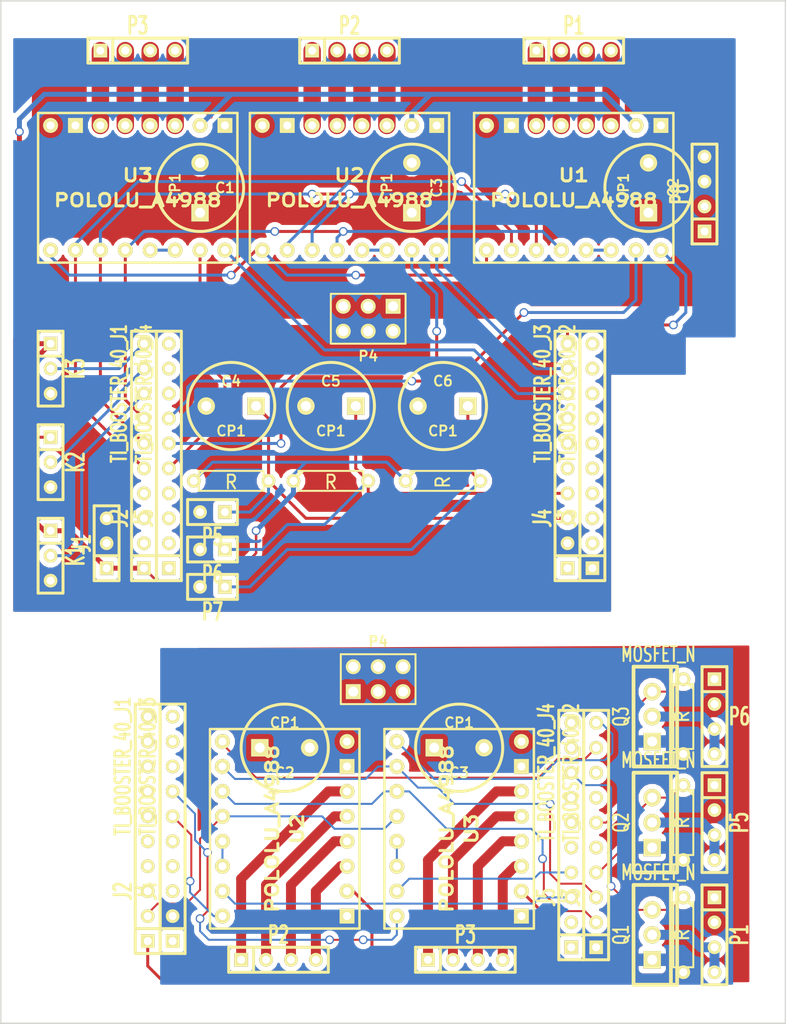
<source format=kicad_pcb>
(kicad_pcb (version 3) (host pcbnew "(2012-nov-02)-testing")
  (layers (15 F.Cu signal) (0 B.Cu signal) (18 B.Paste user) (19 F.Paste user) (20 B.SilkS user) (21 F.SilkS user) (22 B.Mask user) (23 F.Mask user) (28 Edge.Cuts user))
  (net 0 "")
  (net 1 +24V)
  (net 2 /BHEAT)
  (net 3 /DIR1)
  (net 4 /DIR2)
  (net 5 /DIR3)
  (net 6 /E1DIR)
  (net 7 /E1EN)
  (net 8 /E1HEAT)
  (net 9 /E1STEP)
  (net 10 /E1TEMP)
  (net 11 /E2DIR)
  (net 12 /E2EN)
  (net 13 /E2HEAT)
  (net 14 /E2STEP)
  (net 15 /E2TEMP)
  (net 16 /EMS1)
  (net 17 /EMS2)
  (net 18 /EMS3)
  (net 19 /ENDSTOP1)
  (net 20 /ENDSTOP2)
  (net 21 /ENDSTOP3)
  (net 22 /MS1)
  (net 23 /MS2)
  (net 24 /MS3)
  (net 25 /STEP1)
  (net 26 /STEP2)
  (net 27 /STEP3)
  (net 28 /XYZEN)
  (net 29 GND)
  (net 30 N-000001)
  (net 31 N-0000010)
  (net 32 N-0000011)
  (net 33 N-0000012)
  (net 34 N-0000013)
  (net 35 N-0000016)
  (net 36 N-0000017)
  (net 37 N-000002)
  (net 38 N-0000028)
  (net 39 N-0000029)
  (net 40 N-000003)
  (net 41 N-0000030)
  (net 42 N-0000031)
  (net 43 N-0000032)
  (net 44 N-0000033)
  (net 45 N-0000036)
  (net 46 N-0000037)
  (net 47 N-0000038)
  (net 48 N-000004)
  (net 49 N-0000045)
  (net 50 N-0000046)
  (net 51 N-0000048)
  (net 52 N-000005)
  (net 53 N-0000051)
  (net 54 N-0000052)
  (net 55 N-000008)
  (net 56 N-000009)
  (net 57 VCC)
  (module SWDIP8_.6W (layer F.Cu) (at 25.4 29.21 180)
    (fp_text reference U3 (at 0 1.27 180) (layer F.SilkS) (effects (font (size 1.27 1.524) (thickness 0.3048))))
    (fp_text value POLOLU_A4988 (at 0 -1.27 180) (layer F.SilkS) (effects (font (size 1.27 1.524) (thickness 0.3048))))
    (pad 1 thru_hole rect (at -8.89 6.35 180) (size 1.524 1.524) (drill 0.8128) (layers *.Cu *.Mask F.SilkS) (net 29 GND))
    (pad 2 thru_hole circle (at -6.35 6.35 180) (size 1.524 1.524) (drill 0.8128) (layers *.Cu *.Mask F.SilkS) (net 57 VCC))
    (pad 3 thru_hole circle (at -3.81 6.35 180) (size 1.524 1.524) (drill 0.8128) (layers *.Cu *.Mask F.SilkS) (net 30 N-000001))
    (pad 4 thru_hole circle (at -1.27 6.35 180) (size 1.524 1.524) (drill 0.8128) (layers *.Cu *.Mask F.SilkS) (net 52 N-000005))
    (pad 5 thru_hole circle (at 1.27 6.35 180) (size 1.524 1.524) (drill 0.8128) (layers *.Cu *.Mask F.SilkS) (net 48 N-000004))
    (pad 6 thru_hole circle (at 3.81 6.35 180) (size 1.524 1.524) (drill 0.8128) (layers *.Cu *.Mask F.SilkS) (net 40 N-000003))
    (pad 7 thru_hole rect (at 6.35 6.35 180) (size 1.524 1.524) (drill 0.8128) (layers *.Cu *.Mask F.SilkS) (net 29 GND))
    (pad 8 thru_hole circle (at 8.89 6.35 180) (size 1.524 1.524) (drill 0.8128) (layers *.Cu *.Mask F.SilkS) (net 1 +24V))
    (pad 9 thru_hole circle (at 8.89 -6.35 180) (size 1.524 1.524) (drill 0.8128) (layers *.Cu *.Mask F.SilkS) (net 28 /XYZEN))
    (pad 10 thru_hole circle (at 6.35 -6.35 180) (size 1.524 1.524) (drill 0.8128) (layers *.Cu *.Mask F.SilkS) (net 24 /MS3))
    (pad 11 thru_hole circle (at 3.81 -6.35 180) (size 1.524 1.524) (drill 0.8128) (layers *.Cu *.Mask F.SilkS) (net 23 /MS2))
    (pad 12 thru_hole circle (at 1.27 -6.35 180) (size 1.524 1.524) (drill 0.8128) (layers *.Cu *.Mask F.SilkS) (net 22 /MS1))
    (pad 13 thru_hole circle (at -1.27 -6.35 180) (size 1.524 1.524) (drill 0.8128) (layers *.Cu *.Mask F.SilkS) (net 55 N-000008))
    (pad 14 thru_hole circle (at -3.81 -6.35 180) (size 1.524 1.524) (drill 0.8128) (layers *.Cu *.Mask F.SilkS) (net 55 N-000008))
    (pad 15 thru_hole circle (at -6.35 -6.35 180) (size 1.524 1.524) (drill 0.8128) (layers *.Cu *.Mask F.SilkS) (net 25 /STEP1))
    (pad 16 thru_hole circle (at -8.89 -6.35 180) (size 1.524 1.524) (drill 0.8128) (layers *.Cu *.Mask F.SilkS) (net 3 /DIR1))
  )
  (module SWDIP8_.6W (layer F.Cu) (at 46.99 29.21 180)
    (fp_text reference U2 (at 0 1.27 180) (layer F.SilkS) (effects (font (size 1.27 1.524) (thickness 0.3048))))
    (fp_text value POLOLU_A4988 (at 0 -1.27 180) (layer F.SilkS) (effects (font (size 1.27 1.524) (thickness 0.3048))))
    (pad 1 thru_hole rect (at -8.89 6.35 180) (size 1.524 1.524) (drill 0.8128) (layers *.Cu *.Mask F.SilkS) (net 29 GND))
    (pad 2 thru_hole circle (at -6.35 6.35 180) (size 1.524 1.524) (drill 0.8128) (layers *.Cu *.Mask F.SilkS) (net 57 VCC))
    (pad 3 thru_hole circle (at -3.81 6.35 180) (size 1.524 1.524) (drill 0.8128) (layers *.Cu *.Mask F.SilkS) (net 34 N-0000013))
    (pad 4 thru_hole circle (at -1.27 6.35 180) (size 1.524 1.524) (drill 0.8128) (layers *.Cu *.Mask F.SilkS) (net 56 N-000009))
    (pad 5 thru_hole circle (at 1.27 6.35 180) (size 1.524 1.524) (drill 0.8128) (layers *.Cu *.Mask F.SilkS) (net 33 N-0000012))
    (pad 6 thru_hole circle (at 3.81 6.35 180) (size 1.524 1.524) (drill 0.8128) (layers *.Cu *.Mask F.SilkS) (net 32 N-0000011))
    (pad 7 thru_hole rect (at 6.35 6.35 180) (size 1.524 1.524) (drill 0.8128) (layers *.Cu *.Mask F.SilkS) (net 29 GND))
    (pad 8 thru_hole circle (at 8.89 6.35 180) (size 1.524 1.524) (drill 0.8128) (layers *.Cu *.Mask F.SilkS) (net 1 +24V))
    (pad 9 thru_hole circle (at 8.89 -6.35 180) (size 1.524 1.524) (drill 0.8128) (layers *.Cu *.Mask F.SilkS) (net 28 /XYZEN))
    (pad 10 thru_hole circle (at 6.35 -6.35 180) (size 1.524 1.524) (drill 0.8128) (layers *.Cu *.Mask F.SilkS) (net 24 /MS3))
    (pad 11 thru_hole circle (at 3.81 -6.35 180) (size 1.524 1.524) (drill 0.8128) (layers *.Cu *.Mask F.SilkS) (net 23 /MS2))
    (pad 12 thru_hole circle (at 1.27 -6.35 180) (size 1.524 1.524) (drill 0.8128) (layers *.Cu *.Mask F.SilkS) (net 22 /MS1))
    (pad 13 thru_hole circle (at -1.27 -6.35 180) (size 1.524 1.524) (drill 0.8128) (layers *.Cu *.Mask F.SilkS) (net 37 N-000002))
    (pad 14 thru_hole circle (at -3.81 -6.35 180) (size 1.524 1.524) (drill 0.8128) (layers *.Cu *.Mask F.SilkS) (net 37 N-000002))
    (pad 15 thru_hole circle (at -6.35 -6.35 180) (size 1.524 1.524) (drill 0.8128) (layers *.Cu *.Mask F.SilkS) (net 26 /STEP2))
    (pad 16 thru_hole circle (at -8.89 -6.35 180) (size 1.524 1.524) (drill 0.8128) (layers *.Cu *.Mask F.SilkS) (net 4 /DIR2))
  )
  (module SWDIP8_.6W (layer F.Cu) (at 69.85 29.21 180)
    (fp_text reference U1 (at 0 1.27 180) (layer F.SilkS) (effects (font (size 1.27 1.524) (thickness 0.3048))))
    (fp_text value POLOLU_A4988 (at 0 -1.27 180) (layer F.SilkS) (effects (font (size 1.27 1.524) (thickness 0.3048))))
    (pad 1 thru_hole rect (at -8.89 6.35 180) (size 1.524 1.524) (drill 0.8128) (layers *.Cu *.Mask F.SilkS) (net 29 GND))
    (pad 2 thru_hole circle (at -6.35 6.35 180) (size 1.524 1.524) (drill 0.8128) (layers *.Cu *.Mask F.SilkS) (net 57 VCC))
    (pad 3 thru_hole circle (at -3.81 6.35 180) (size 1.524 1.524) (drill 0.8128) (layers *.Cu *.Mask F.SilkS) (net 47 N-0000038))
    (pad 4 thru_hole circle (at -1.27 6.35 180) (size 1.524 1.524) (drill 0.8128) (layers *.Cu *.Mask F.SilkS) (net 46 N-0000037))
    (pad 5 thru_hole circle (at 1.27 6.35 180) (size 1.524 1.524) (drill 0.8128) (layers *.Cu *.Mask F.SilkS) (net 44 N-0000033))
    (pad 6 thru_hole circle (at 3.81 6.35 180) (size 1.524 1.524) (drill 0.8128) (layers *.Cu *.Mask F.SilkS) (net 45 N-0000036))
    (pad 7 thru_hole rect (at 6.35 6.35 180) (size 1.524 1.524) (drill 0.8128) (layers *.Cu *.Mask F.SilkS) (net 29 GND))
    (pad 8 thru_hole circle (at 8.89 6.35 180) (size 1.524 1.524) (drill 0.8128) (layers *.Cu *.Mask F.SilkS) (net 1 +24V))
    (pad 9 thru_hole circle (at 8.89 -6.35 180) (size 1.524 1.524) (drill 0.8128) (layers *.Cu *.Mask F.SilkS) (net 28 /XYZEN))
    (pad 10 thru_hole circle (at 6.35 -6.35 180) (size 1.524 1.524) (drill 0.8128) (layers *.Cu *.Mask F.SilkS) (net 24 /MS3))
    (pad 11 thru_hole circle (at 3.81 -6.35 180) (size 1.524 1.524) (drill 0.8128) (layers *.Cu *.Mask F.SilkS) (net 23 /MS2))
    (pad 12 thru_hole circle (at 1.27 -6.35 180) (size 1.524 1.524) (drill 0.8128) (layers *.Cu *.Mask F.SilkS) (net 22 /MS1))
    (pad 13 thru_hole circle (at -1.27 -6.35 180) (size 1.524 1.524) (drill 0.8128) (layers *.Cu *.Mask F.SilkS) (net 31 N-0000010))
    (pad 14 thru_hole circle (at -3.81 -6.35 180) (size 1.524 1.524) (drill 0.8128) (layers *.Cu *.Mask F.SilkS) (net 31 N-0000010))
    (pad 15 thru_hole circle (at -6.35 -6.35 180) (size 1.524 1.524) (drill 0.8128) (layers *.Cu *.Mask F.SilkS) (net 27 /STEP3))
    (pad 16 thru_hole circle (at -8.89 -6.35 180) (size 1.524 1.524) (drill 0.8128) (layers *.Cu *.Mask F.SilkS) (net 5 /DIR3))
  )
  (module SIL-4 (layer F.Cu) (at 25.4 15.24)
    (fp_text reference P3 (at 0 -2.54) (layer F.SilkS) (effects (font (size 1.73482 1.08712) (thickness 0.3048))))
    (fp_text value CONN_4 hide)
    (pad 1 thru_hole rect (at -3.81 0) (size 1.397 1.397) (drill 0.8128) (layers *.Cu *.Mask F.SilkS) (net 40 N-000003))
    (pad 2 thru_hole circle (at -1.27 0) (size 1.397 1.397) (drill 0.8128) (layers *.Cu *.Mask F.SilkS) (net 48 N-000004))
    (pad 3 thru_hole circle (at 1.27 0) (size 1.397 1.397) (drill 0.8128) (layers *.Cu *.Mask F.SilkS) (net 52 N-000005))
    (pad 4 thru_hole circle (at 3.81 0) (size 1.397 1.397) (drill 0.8128) (layers *.Cu *.Mask F.SilkS) (net 30 N-000001))
  )
  (module SIL-4 (layer F.Cu) (at 69.85 15.24)
    (fp_text reference P1 (at 0 -2.54) (layer F.SilkS) (effects (font (size 1.73482 1.08712) (thickness 0.3048))))
    (fp_text value CONN_4 hide)
    (pad 1 thru_hole rect (at -3.81 0) (size 1.397 1.397) (drill 0.8128) (layers *.Cu *.Mask F.SilkS) (net 45 N-0000036))
    (pad 2 thru_hole circle (at -1.27 0) (size 1.397 1.397) (drill 0.8128) (layers *.Cu *.Mask F.SilkS) (net 44 N-0000033))
    (pad 3 thru_hole circle (at 1.27 0) (size 1.397 1.397) (drill 0.8128) (layers *.Cu *.Mask F.SilkS) (net 46 N-0000037))
    (pad 4 thru_hole circle (at 3.81 0) (size 1.397 1.397) (drill 0.8128) (layers *.Cu *.Mask F.SilkS) (net 47 N-0000038))
  )
  (module SIL-4 (layer F.Cu) (at 46.99 15.24)
    (fp_text reference P2 (at 0 -2.54) (layer F.SilkS) (effects (font (size 1.73482 1.08712) (thickness 0.3048))))
    (fp_text value CONN_4 hide)
    (pad 1 thru_hole rect (at -3.81 0) (size 1.397 1.397) (drill 0.8128) (layers *.Cu *.Mask F.SilkS) (net 32 N-0000011))
    (pad 2 thru_hole circle (at -1.27 0) (size 1.397 1.397) (drill 0.8128) (layers *.Cu *.Mask F.SilkS) (net 33 N-0000012))
    (pad 3 thru_hole circle (at 1.27 0) (size 1.397 1.397) (drill 0.8128) (layers *.Cu *.Mask F.SilkS) (net 56 N-000009))
    (pad 4 thru_hole circle (at 3.81 0) (size 1.397 1.397) (drill 0.8128) (layers *.Cu *.Mask F.SilkS) (net 34 N-0000013))
  )
  (module C2V8 (layer F.Cu) (at 77.47 29.21 90)
    (fp_text reference C2 (at 0 2.54 90) (layer F.SilkS) (effects (font (size 1.016 1.016) (thickness 0.2032))))
    (fp_text value CP1 (at 0 -2.54 90) (layer F.SilkS) (effects (font (size 1.016 1.016) (thickness 0.2032))))
    (pad 1 thru_hole rect (at -2.54 0 90) (size 1.778 1.778) (drill 1.016) (layers *.Cu *.Mask F.SilkS) (net 1 +24V))
    (pad 2 thru_hole circle (at 2.54 0 90) (size 1.778 1.778) (drill 1.016) (layers *.Cu *.Mask F.SilkS) (net 29 GND))
  )
  (module C2V8 (layer F.Cu) (at 53.34 29.21 90)
    (fp_text reference C3 (at 0 2.54 90) (layer F.SilkS) (effects (font (size 1.016 1.016) (thickness 0.2032))))
    (fp_text value CP1 (at 0 -2.54 90) (layer F.SilkS) (effects (font (size 1.016 1.016) (thickness 0.2032))))
    (pad 1 thru_hole rect (at -2.54 0 90) (size 1.778 1.778) (drill 1.016) (layers *.Cu *.Mask F.SilkS) (net 1 +24V))
    (pad 2 thru_hole circle (at 2.54 0 90) (size 1.778 1.778) (drill 1.016) (layers *.Cu *.Mask F.SilkS) (net 29 GND))
  )
  (module C2V8 (layer F.Cu) (at 31.75 29.21 90)
    (fp_text reference C1 (at 0 2.54 180) (layer F.SilkS) (effects (font (size 1.016 1.016) (thickness 0.2032))))
    (fp_text value CP1 (at 0 -2.54 90) (layer F.SilkS) (effects (font (size 1.016 1.016) (thickness 0.2032))))
    (pad 1 thru_hole rect (at -2.54 0 90) (size 1.778 1.778) (drill 1.016) (layers *.Cu *.Mask F.SilkS) (net 1 +24V))
    (pad 2 thru_hole circle (at 2.54 0 90) (size 1.778 1.778) (drill 1.016) (layers *.Cu *.Mask F.SilkS) (net 29 GND))
  )
  (module SIL-3 (layer F.Cu) (at 16.51 66.675 270)
    (fp_text reference K1 (at 0 -2.54 270) (layer F.SilkS) (effects (font (size 1.7907 1.07696) (thickness 0.3048))))
    (fp_text value CONN_3 hide)
    (pad 1 thru_hole rect (at -2.54 0 270) (size 1.397 1.397) (drill 0.8128) (layers *.Cu *.Mask F.SilkS) (net 57 VCC))
    (pad 2 thru_hole circle (at 0 0 270) (size 1.397 1.397) (drill 0.8128) (layers *.Cu *.Mask F.SilkS) (net 19 /ENDSTOP1))
    (pad 3 thru_hole circle (at 2.54 0 270) (size 1.397 1.397) (drill 0.8128) (layers *.Cu *.Mask F.SilkS) (net 29 GND))
  )
  (module SIL-3 (layer F.Cu) (at 16.51 57.15 270)
    (fp_text reference K2 (at 0 -2.54 270) (layer F.SilkS) (effects (font (size 1.7907 1.07696) (thickness 0.3048))))
    (fp_text value CONN_3 hide)
    (pad 1 thru_hole rect (at -2.54 0 270) (size 1.397 1.397) (drill 0.8128) (layers *.Cu *.Mask F.SilkS) (net 57 VCC))
    (pad 2 thru_hole circle (at 0 0 270) (size 1.397 1.397) (drill 0.8128) (layers *.Cu *.Mask F.SilkS) (net 20 /ENDSTOP2))
    (pad 3 thru_hole circle (at 2.54 0 270) (size 1.397 1.397) (drill 0.8128) (layers *.Cu *.Mask F.SilkS) (net 29 GND))
  )
  (module SIL-3 (layer F.Cu) (at 16.51 47.625 270)
    (fp_text reference K3 (at 0 -2.54 270) (layer F.SilkS) (effects (font (size 1.7907 1.07696) (thickness 0.3048))))
    (fp_text value CONN_3 hide)
    (pad 1 thru_hole rect (at -2.54 0 270) (size 1.397 1.397) (drill 0.8128) (layers *.Cu *.Mask F.SilkS) (net 57 VCC))
    (pad 2 thru_hole circle (at 0 0 270) (size 1.397 1.397) (drill 0.8128) (layers *.Cu *.Mask F.SilkS) (net 21 /ENDSTOP3))
    (pad 3 thru_hole circle (at 2.54 0 270) (size 1.397 1.397) (drill 0.8128) (layers *.Cu *.Mask F.SilkS) (net 29 GND))
  )
  (module SIL-10 (layer F.Cu) (at 69.215 56.515 90)
    (fp_text reference J4 (at -6.35 -2.54 90) (layer F.SilkS) (effects (font (size 1.72974 1.08712) (thickness 0.3048))))
    (fp_text value TI_BOOSTER_40_J3 (at 6.35 -2.54 90) (layer F.SilkS) (effects (font (size 1.524 1.016) (thickness 0.3048))))
    (pad 1 thru_hole rect (at -11.43 0 90) (size 1.397 1.397) (drill 0.8128) (layers *.Cu *.Mask F.SilkS))
    (pad 2 thru_hole circle (at -8.89 0 90) (size 1.397 1.397) (drill 0.8128) (layers *.Cu *.Mask F.SilkS) (net 29 GND))
    (pad 3 thru_hole circle (at -6.35 0 90) (size 1.397 1.397) (drill 0.8128) (layers *.Cu *.Mask F.SilkS) (net 10 /E1TEMP))
    (pad 4 thru_hole circle (at -3.81 0 90) (size 1.397 1.397) (drill 0.8128) (layers *.Cu *.Mask F.SilkS) (net 15 /E2TEMP))
    (pad 5 thru_hole circle (at -1.27 0 90) (size 1.397 1.397) (drill 0.8128) (layers *.Cu *.Mask F.SilkS))
    (pad 6 thru_hole circle (at 1.27 0 90) (size 1.397 1.397) (drill 0.8128) (layers *.Cu *.Mask F.SilkS))
    (pad 7 thru_hole circle (at 3.81 0 90) (size 1.397 1.397) (drill 0.8128) (layers *.Cu *.Mask F.SilkS))
    (pad 8 thru_hole circle (at 6.35 0 90) (size 1.397 1.397) (drill 0.8128) (layers *.Cu *.Mask F.SilkS) (net 3 /DIR1))
    (pad 9 thru_hole circle (at 8.89 0 90) (size 1.397 1.397) (drill 0.8128) (layers *.Cu *.Mask F.SilkS) (net 4 /DIR2))
    (pad 10 thru_hole circle (at 11.43 0 90) (size 1.397 1.397) (drill 0.8128) (layers *.Cu *.Mask F.SilkS) (net 5 /DIR3))
  )
  (module SIL-10 (layer F.Cu) (at 71.755 56.515 90)
    (fp_text reference J3 (at -6.35 -2.54 90) (layer F.SilkS) (effects (font (size 1.72974 1.08712) (thickness 0.3048))))
    (fp_text value TI_BOOSTER_40_J2 (at 6.35 -2.54 90) (layer F.SilkS) (effects (font (size 1.524 1.016) (thickness 0.3048))))
    (pad 1 thru_hole rect (at -11.43 0 90) (size 1.397 1.397) (drill 0.8128) (layers *.Cu *.Mask F.SilkS) (net 29 GND))
    (pad 2 thru_hole circle (at -8.89 0 90) (size 1.397 1.397) (drill 0.8128) (layers *.Cu *.Mask F.SilkS))
    (pad 3 thru_hole circle (at -6.35 0 90) (size 1.397 1.397) (drill 0.8128) (layers *.Cu *.Mask F.SilkS))
    (pad 4 thru_hole circle (at -3.81 0 90) (size 1.397 1.397) (drill 0.8128) (layers *.Cu *.Mask F.SilkS))
    (pad 5 thru_hole circle (at -1.27 0 90) (size 1.397 1.397) (drill 0.8128) (layers *.Cu *.Mask F.SilkS))
    (pad 6 thru_hole circle (at 1.27 0 90) (size 1.397 1.397) (drill 0.8128) (layers *.Cu *.Mask F.SilkS))
    (pad 7 thru_hole circle (at 3.81 0 90) (size 1.397 1.397) (drill 0.8128) (layers *.Cu *.Mask F.SilkS))
    (pad 8 thru_hole circle (at 6.35 0 90) (size 1.397 1.397) (drill 0.8128) (layers *.Cu *.Mask F.SilkS))
    (pad 9 thru_hole circle (at 8.89 0 90) (size 1.397 1.397) (drill 0.8128) (layers *.Cu *.Mask F.SilkS))
    (pad 10 thru_hole circle (at 11.43 0 90) (size 1.397 1.397) (drill 0.8128) (layers *.Cu *.Mask F.SilkS))
  )
  (module SIL-10 (layer F.Cu) (at 26.035 56.515 90)
    (fp_text reference J2 (at -6.35 -2.54 90) (layer F.SilkS) (effects (font (size 1.72974 1.08712) (thickness 0.3048))))
    (fp_text value TI_BOOSTER_40_J1 (at 6.35 -2.54 90) (layer F.SilkS) (effects (font (size 1.524 1.016) (thickness 0.3048))))
    (pad 1 thru_hole rect (at -11.43 0 90) (size 1.397 1.397) (drill 0.8128) (layers *.Cu *.Mask F.SilkS) (net 57 VCC))
    (pad 2 thru_hole circle (at -8.89 0 90) (size 1.397 1.397) (drill 0.8128) (layers *.Cu *.Mask F.SilkS))
    (pad 3 thru_hole circle (at -6.35 0 90) (size 1.397 1.397) (drill 0.8128) (layers *.Cu *.Mask F.SilkS))
    (pad 4 thru_hole circle (at -3.81 0 90) (size 1.397 1.397) (drill 0.8128) (layers *.Cu *.Mask F.SilkS))
    (pad 5 thru_hole circle (at -1.27 0 90) (size 1.397 1.397) (drill 0.8128) (layers *.Cu *.Mask F.SilkS) (net 24 /MS3))
    (pad 6 thru_hole circle (at 1.27 0 90) (size 1.397 1.397) (drill 0.8128) (layers *.Cu *.Mask F.SilkS) (net 23 /MS2))
    (pad 7 thru_hole circle (at 3.81 0 90) (size 1.397 1.397) (drill 0.8128) (layers *.Cu *.Mask F.SilkS) (net 22 /MS1))
    (pad 8 thru_hole circle (at 6.35 0 90) (size 1.397 1.397) (drill 0.8128) (layers *.Cu *.Mask F.SilkS) (net 19 /ENDSTOP1))
    (pad 9 thru_hole circle (at 8.89 0 90) (size 1.397 1.397) (drill 0.8128) (layers *.Cu *.Mask F.SilkS) (net 20 /ENDSTOP2))
    (pad 10 thru_hole circle (at 11.43 0 90) (size 1.397 1.397) (drill 0.8128) (layers *.Cu *.Mask F.SilkS) (net 21 /ENDSTOP3))
  )
  (module pin_array_3x2 (layer F.Cu) (at 48.895 42.545 180)
    (fp_text reference P4 (at 0 -3.81 180) (layer F.SilkS) (effects (font (size 1.016 1.016) (thickness 0.2032))))
    (fp_text value CONN_3X2 hide)
    (pad 1 thru_hole rect (at -2.54 1.27 180) (size 1.524 1.524) (drill 1.016) (layers *.Cu *.Mask F.SilkS) (net 1 +24V))
    (pad 2 thru_hole circle (at -2.54 -1.27 180) (size 1.524 1.524) (drill 1.016) (layers *.Cu *.Mask F.SilkS) (net 29 GND))
    (pad 3 thru_hole circle (at 0 1.27 180) (size 1.524 1.524) (drill 1.016) (layers *.Cu *.Mask F.SilkS) (net 1 +24V))
    (pad 4 thru_hole circle (at 0 -1.27 180) (size 1.524 1.524) (drill 1.016) (layers *.Cu *.Mask F.SilkS) (net 29 GND))
    (pad 5 thru_hole circle (at 2.54 1.27 180) (size 1.524 1.524) (drill 1.016) (layers *.Cu *.Mask F.SilkS) (net 1 +24V))
    (pad 6 thru_hole circle (at 2.54 -1.27 180) (size 1.524 1.524) (drill 1.016) (layers *.Cu *.Mask F.SilkS) (net 29 GND))
  )
  (module SIL-4 (layer F.Cu) (at 83.185 29.845 90)
    (fp_text reference P8 (at 0 -2.54 90) (layer F.SilkS) (effects (font (size 1.73482 1.08712) (thickness 0.3048))))
    (fp_text value CONN_4 hide)
    (pad 1 thru_hole rect (at -3.81 0 90) (size 1.397 1.397) (drill 0.8128) (layers *.Cu *.Mask F.SilkS) (net 1 +24V))
    (pad 2 thru_hole circle (at -1.27 0 90) (size 1.397 1.397) (drill 0.8128) (layers *.Cu *.Mask F.SilkS) (net 1 +24V))
    (pad 3 thru_hole circle (at 1.27 0 90) (size 1.397 1.397) (drill 0.8128) (layers *.Cu *.Mask F.SilkS) (net 29 GND))
    (pad 4 thru_hole circle (at 3.81 0 90) (size 1.397 1.397) (drill 0.8128) (layers *.Cu *.Mask F.SilkS) (net 29 GND))
  )
  (module SIL-2 (layer F.Cu) (at 33.02 62.23 180)
    (fp_text reference P5 (at 0 -2.54 180) (layer F.SilkS) (effects (font (size 1.72974 1.08712) (thickness 0.3048))))
    (fp_text value CONN_2 hide)
    (pad 1 thru_hole rect (at -1.27 0 180) (size 1.397 1.397) (drill 0.8128) (layers *.Cu *.Mask F.SilkS) (net 10 /E1TEMP))
    (pad 2 thru_hole circle (at 1.27 0 180) (size 1.397 1.397) (drill 0.8128) (layers *.Cu *.Mask F.SilkS) (net 29 GND))
  )
  (module SIL-2 (layer F.Cu) (at 33.02 66.04 180)
    (fp_text reference P6 (at 0 -2.54 180) (layer F.SilkS) (effects (font (size 1.72974 1.08712) (thickness 0.3048))))
    (fp_text value CONN_2 hide)
    (pad 1 thru_hole rect (at -1.27 0 180) (size 1.397 1.397) (drill 0.8128) (layers *.Cu *.Mask F.SilkS) (net 15 /E2TEMP))
    (pad 2 thru_hole circle (at 1.27 0 180) (size 1.397 1.397) (drill 0.8128) (layers *.Cu *.Mask F.SilkS) (net 29 GND))
  )
  (module SIL-2 (layer F.Cu) (at 33.02 69.85 180)
    (fp_text reference P7 (at 0 -2.54 180) (layer F.SilkS) (effects (font (size 1.72974 1.08712) (thickness 0.3048))))
    (fp_text value CONN_2 hide)
    (pad 1 thru_hole rect (at -1.27 0 180) (size 1.397 1.397) (drill 0.8128) (layers *.Cu *.Mask F.SilkS) (net 41 N-0000030))
    (pad 2 thru_hole circle (at 1.27 0 180) (size 1.397 1.397) (drill 0.8128) (layers *.Cu *.Mask F.SilkS) (net 29 GND))
  )
  (module R3 (layer F.Cu) (at 34.925 59.055)
    (fp_text reference R1 hide)
    (fp_text value R (at 0 0.127) (layer F.SilkS) (effects (font (size 1.397 1.27) (thickness 0.2032))))
    (pad 1 thru_hole circle (at -3.81 0) (size 1.397 1.397) (drill 0.8128) (layers *.Cu *.Mask F.SilkS) (net 57 VCC))
    (pad 2 thru_hole circle (at 3.81 0) (size 1.397 1.397) (drill 0.8128) (layers *.Cu *.Mask F.SilkS) (net 10 /E1TEMP))
  )
  (module R3 (layer F.Cu) (at 45.085 59.055)
    (fp_text reference R2 hide)
    (fp_text value R (at 0 0.127) (layer F.SilkS) (effects (font (size 1.397 1.27) (thickness 0.2032))))
    (pad 1 thru_hole circle (at -3.81 0) (size 1.397 1.397) (drill 0.8128) (layers *.Cu *.Mask F.SilkS) (net 57 VCC))
    (pad 2 thru_hole circle (at 3.81 0) (size 1.397 1.397) (drill 0.8128) (layers *.Cu *.Mask F.SilkS) (net 15 /E2TEMP))
  )
  (module R3 (layer F.Cu) (at 56.515 59.055)
    (fp_text reference R3 hide)
    (fp_text value R (at 0 0.127 90) (layer F.SilkS) (effects (font (size 1.397 1.27) (thickness 0.2032))))
    (pad 1 thru_hole circle (at -3.81 0) (size 1.397 1.397) (drill 0.8128) (layers *.Cu *.Mask F.SilkS) (net 57 VCC))
    (pad 2 thru_hole circle (at 3.81 0) (size 1.397 1.397) (drill 0.8128) (layers *.Cu *.Mask F.SilkS) (net 41 N-0000030))
  )
  (module C2V8 (layer F.Cu) (at 34.925 51.435 180)
    (fp_text reference C4 (at 0 2.54 180) (layer F.SilkS) (effects (font (size 1.016 1.016) (thickness 0.2032))))
    (fp_text value CP1 (at 0 -2.54 180) (layer F.SilkS) (effects (font (size 1.016 1.016) (thickness 0.2032))))
    (pad 1 thru_hole rect (at -2.54 0 180) (size 1.778 1.778) (drill 1.016) (layers *.Cu *.Mask F.SilkS) (net 10 /E1TEMP))
    (pad 2 thru_hole circle (at 2.54 0 180) (size 1.778 1.778) (drill 1.016) (layers *.Cu *.Mask F.SilkS) (net 29 GND))
  )
  (module C2V8 (layer F.Cu) (at 45.085 51.435 180)
    (fp_text reference C5 (at 0 2.54 180) (layer F.SilkS) (effects (font (size 1.016 1.016) (thickness 0.2032))))
    (fp_text value CP1 (at 0 -2.54 180) (layer F.SilkS) (effects (font (size 1.016 1.016) (thickness 0.2032))))
    (pad 1 thru_hole rect (at -2.54 0 180) (size 1.778 1.778) (drill 1.016) (layers *.Cu *.Mask F.SilkS) (net 15 /E2TEMP))
    (pad 2 thru_hole circle (at 2.54 0 180) (size 1.778 1.778) (drill 1.016) (layers *.Cu *.Mask F.SilkS) (net 29 GND))
  )
  (module C2V8 (layer F.Cu) (at 56.515 51.435 180)
    (fp_text reference C6 (at 0 2.54 180) (layer F.SilkS) (effects (font (size 1.016 1.016) (thickness 0.2032))))
    (fp_text value CP1 (at 0 -2.54 180) (layer F.SilkS) (effects (font (size 1.016 1.016) (thickness 0.2032))))
    (pad 1 thru_hole rect (at -2.54 0 180) (size 1.778 1.778) (drill 1.016) (layers *.Cu *.Mask F.SilkS) (net 41 N-0000030))
    (pad 2 thru_hole circle (at 2.54 0 180) (size 1.778 1.778) (drill 1.016) (layers *.Cu *.Mask F.SilkS) (net 29 GND))
  )
  (module SIL-10 (layer F.Cu) (at 28.575 56.515 90)
    (fp_text reference J5 (at -6.35 -2.54 90) (layer F.SilkS) (effects (font (size 1.72974 1.08712) (thickness 0.3048))))
    (fp_text value TI_BOOSTER_40_J4 (at 6.35 -2.54 90) (layer F.SilkS) (effects (font (size 1.524 1.016) (thickness 0.3048))))
    (pad 1 thru_hole rect (at -11.43 0 90) (size 1.397 1.397) (drill 0.8128) (layers *.Cu *.Mask F.SilkS))
    (pad 2 thru_hole circle (at -8.89 0 90) (size 1.397 1.397) (drill 0.8128) (layers *.Cu *.Mask F.SilkS))
    (pad 3 thru_hole circle (at -6.35 0 90) (size 1.397 1.397) (drill 0.8128) (layers *.Cu *.Mask F.SilkS))
    (pad 4 thru_hole circle (at -3.81 0 90) (size 1.397 1.397) (drill 0.8128) (layers *.Cu *.Mask F.SilkS))
    (pad 5 thru_hole circle (at -1.27 0 90) (size 1.397 1.397) (drill 0.8128) (layers *.Cu *.Mask F.SilkS) (net 25 /STEP1))
    (pad 6 thru_hole circle (at 1.27 0 90) (size 1.397 1.397) (drill 0.8128) (layers *.Cu *.Mask F.SilkS) (net 26 /STEP2))
    (pad 7 thru_hole circle (at 3.81 0 90) (size 1.397 1.397) (drill 0.8128) (layers *.Cu *.Mask F.SilkS) (net 27 /STEP3))
    (pad 8 thru_hole circle (at 6.35 0 90) (size 1.397 1.397) (drill 0.8128) (layers *.Cu *.Mask F.SilkS))
    (pad 9 thru_hole circle (at 8.89 0 90) (size 1.397 1.397) (drill 0.8128) (layers *.Cu *.Mask F.SilkS))
    (pad 10 thru_hole circle (at 11.43 0 90) (size 1.397 1.397) (drill 0.8128) (layers *.Cu *.Mask F.SilkS))
  )
  (module SIL-3 (layer F.Cu) (at 22.225 65.405 90)
    (fp_text reference J1 (at 0 -2.54 90) (layer F.SilkS) (effects (font (size 1.7907 1.07696) (thickness 0.3048))))
    (fp_text value CONN_3 hide)
    (pad 1 thru_hole rect (at -2.54 0 90) (size 1.397 1.397) (drill 0.8128) (layers *.Cu *.Mask F.SilkS) (net 57 VCC))
    (pad 2 thru_hole circle (at 0 0 90) (size 1.397 1.397) (drill 0.8128) (layers *.Cu *.Mask F.SilkS) (net 29 GND))
    (pad 3 thru_hole circle (at 2.54 0 90) (size 1.397 1.397) (drill 0.8128) (layers *.Cu *.Mask F.SilkS) (net 29 GND))
  )
  (module SIL-4 (layer F.Cu) (at 84.201 83.058 270)
    (fp_text reference P6 (at 0 -2.54 360) (layer F.SilkS) (effects (font (size 1.73482 1.08712) (thickness 0.3048))))
    (fp_text value CONN_4 hide)
    (pad 1 thru_hole rect (at -3.81 0 270) (size 1.397 1.397) (drill 0.8128) (layers *.Cu *.Mask F.SilkS) (net 1 +24V))
    (pad 2 thru_hole circle (at -1.27 0 270) (size 1.397 1.397) (drill 0.8128) (layers *.Cu *.Mask F.SilkS) (net 1 +24V))
    (pad 3 thru_hole circle (at 1.27 0 270) (size 1.397 1.397) (drill 0.8128) (layers *.Cu *.Mask F.SilkS) (net 44 N-0000033))
    (pad 4 thru_hole circle (at 3.81 0 270) (size 1.397 1.397) (drill 0.8128) (layers *.Cu *.Mask F.SilkS) (net 44 N-0000033))
  )
  (module SIL-4 (layer F.Cu) (at 84.201 93.853 270)
    (fp_text reference P5 (at 0 -2.54 270) (layer F.SilkS) (effects (font (size 1.73482 1.08712) (thickness 0.3048))))
    (fp_text value CONN_4 hide)
    (pad 1 thru_hole rect (at -3.81 0 270) (size 1.397 1.397) (drill 0.8128) (layers *.Cu *.Mask F.SilkS) (net 1 +24V))
    (pad 2 thru_hole circle (at -1.27 0 270) (size 1.397 1.397) (drill 0.8128) (layers *.Cu *.Mask F.SilkS) (net 1 +24V))
    (pad 3 thru_hole circle (at 1.27 0 270) (size 1.397 1.397) (drill 0.8128) (layers *.Cu *.Mask F.SilkS) (net 43 N-0000032))
    (pad 4 thru_hole circle (at 3.81 0 270) (size 1.397 1.397) (drill 0.8128) (layers *.Cu *.Mask F.SilkS) (net 43 N-0000032))
  )
  (module SIL-4 (layer F.Cu) (at 58.801 107.823)
    (fp_text reference P3 (at 0 -2.54) (layer F.SilkS) (effects (font (size 1.73482 1.08712) (thickness 0.3048))))
    (fp_text value CONN_4 hide)
    (pad 1 thru_hole rect (at -3.81 0) (size 1.397 1.397) (drill 0.8128) (layers *.Cu *.Mask F.SilkS) (net 36 N-0000017))
    (pad 2 thru_hole circle (at -1.27 0) (size 1.397 1.397) (drill 0.8128) (layers *.Cu *.Mask F.SilkS) (net 49 N-0000045))
    (pad 3 thru_hole circle (at 1.27 0) (size 1.397 1.397) (drill 0.8128) (layers *.Cu *.Mask F.SilkS) (net 54 N-0000052))
    (pad 4 thru_hole circle (at 3.81 0) (size 1.397 1.397) (drill 0.8128) (layers *.Cu *.Mask F.SilkS) (net 53 N-0000051))
  )
  (module SIL-4 (layer F.Cu) (at 39.751 107.823)
    (fp_text reference P2 (at 0 -2.54) (layer F.SilkS) (effects (font (size 1.73482 1.08712) (thickness 0.3048))))
    (fp_text value CONN_4 hide)
    (pad 1 thru_hole rect (at -3.81 0) (size 1.397 1.397) (drill 0.8128) (layers *.Cu *.Mask F.SilkS) (net 38 N-0000028))
    (pad 2 thru_hole circle (at -1.27 0) (size 1.397 1.397) (drill 0.8128) (layers *.Cu *.Mask F.SilkS) (net 39 N-0000029))
    (pad 3 thru_hole circle (at 1.27 0) (size 1.397 1.397) (drill 0.8128) (layers *.Cu *.Mask F.SilkS) (net 41 N-0000030))
    (pad 4 thru_hole circle (at 3.81 0) (size 1.397 1.397) (drill 0.8128) (layers *.Cu *.Mask F.SilkS) (net 42 N-0000031))
  )
  (module SIL-4 (layer F.Cu) (at 84.201 105.283 270)
    (fp_text reference P1 (at 0 -2.54 270) (layer F.SilkS) (effects (font (size 1.73482 1.08712) (thickness 0.3048))))
    (fp_text value CONN_4 hide)
    (pad 1 thru_hole rect (at -3.81 0 270) (size 1.397 1.397) (drill 0.8128) (layers *.Cu *.Mask F.SilkS) (net 1 +24V))
    (pad 2 thru_hole circle (at -1.27 0 270) (size 1.397 1.397) (drill 0.8128) (layers *.Cu *.Mask F.SilkS) (net 1 +24V))
    (pad 3 thru_hole circle (at 1.27 0 270) (size 1.397 1.397) (drill 0.8128) (layers *.Cu *.Mask F.SilkS) (net 50 N-0000046))
    (pad 4 thru_hole circle (at 3.81 0 270) (size 1.397 1.397) (drill 0.8128) (layers *.Cu *.Mask F.SilkS) (net 50 N-0000046))
  )
  (module SIL-10 (layer F.Cu) (at 26.416 94.488 90)
    (fp_text reference J2 (at -6.35 -2.54 90) (layer F.SilkS) (effects (font (size 1.72974 1.08712) (thickness 0.3048))))
    (fp_text value TI_BOOSTER_40_J1 (at 6.35 -2.54 90) (layer F.SilkS) (effects (font (size 1.524 1.016) (thickness 0.3048))))
    (pad 1 thru_hole rect (at -11.43 0 90) (size 1.397 1.397) (drill 0.8128) (layers *.Cu *.Mask F.SilkS) (net 57 VCC))
    (pad 2 thru_hole circle (at -8.89 0 90) (size 1.397 1.397) (drill 0.8128) (layers *.Cu *.Mask F.SilkS) (net 16 /EMS1))
    (pad 3 thru_hole circle (at -6.35 0 90) (size 1.397 1.397) (drill 0.8128) (layers *.Cu *.Mask F.SilkS))
    (pad 4 thru_hole circle (at -3.81 0 90) (size 1.397 1.397) (drill 0.8128) (layers *.Cu *.Mask F.SilkS))
    (pad 5 thru_hole circle (at -1.27 0 90) (size 1.397 1.397) (drill 0.8128) (layers *.Cu *.Mask F.SilkS))
    (pad 6 thru_hole circle (at 1.27 0 90) (size 1.397 1.397) (drill 0.8128) (layers *.Cu *.Mask F.SilkS))
    (pad 7 thru_hole circle (at 3.81 0 90) (size 1.397 1.397) (drill 0.8128) (layers *.Cu *.Mask F.SilkS))
    (pad 8 thru_hole circle (at 6.35 0 90) (size 1.397 1.397) (drill 0.8128) (layers *.Cu *.Mask F.SilkS))
    (pad 9 thru_hole circle (at 8.89 0 90) (size 1.397 1.397) (drill 0.8128) (layers *.Cu *.Mask F.SilkS))
    (pad 10 thru_hole circle (at 11.43 0 90) (size 1.397 1.397) (drill 0.8128) (layers *.Cu *.Mask F.SilkS))
  )
  (module SIL-10 (layer F.Cu) (at 69.596 95.123 90)
    (fp_text reference J5 (at -6.35 -2.54 90) (layer F.SilkS) (effects (font (size 1.72974 1.08712) (thickness 0.3048))))
    (fp_text value TI_BOOSTER_40_J4 (at 6.35 -2.54 90) (layer F.SilkS) (effects (font (size 1.524 1.016) (thickness 0.3048))))
    (pad 1 thru_hole rect (at -11.43 0 90) (size 1.397 1.397) (drill 0.8128) (layers *.Cu *.Mask F.SilkS))
    (pad 2 thru_hole circle (at -8.89 0 90) (size 1.397 1.397) (drill 0.8128) (layers *.Cu *.Mask F.SilkS))
    (pad 3 thru_hole circle (at -6.35 0 90) (size 1.397 1.397) (drill 0.8128) (layers *.Cu *.Mask F.SilkS) (net 9 /E1STEP))
    (pad 4 thru_hole circle (at -3.81 0 90) (size 1.397 1.397) (drill 0.8128) (layers *.Cu *.Mask F.SilkS) (net 14 /E2STEP))
    (pad 5 thru_hole circle (at -1.27 0 90) (size 1.397 1.397) (drill 0.8128) (layers *.Cu *.Mask F.SilkS))
    (pad 6 thru_hole circle (at 1.27 0 90) (size 1.397 1.397) (drill 0.8128) (layers *.Cu *.Mask F.SilkS))
    (pad 7 thru_hole circle (at 3.81 0 90) (size 1.397 1.397) (drill 0.8128) (layers *.Cu *.Mask F.SilkS))
    (pad 8 thru_hole circle (at 6.35 0 90) (size 1.397 1.397) (drill 0.8128) (layers *.Cu *.Mask F.SilkS) (net 2 /BHEAT))
    (pad 9 thru_hole circle (at 8.89 0 90) (size 1.397 1.397) (drill 0.8128) (layers *.Cu *.Mask F.SilkS))
    (pad 10 thru_hole circle (at 11.43 0 90) (size 1.397 1.397) (drill 0.8128) (layers *.Cu *.Mask F.SilkS))
  )
  (module SIL-10 (layer F.Cu) (at 28.956 94.488 90)
    (fp_text reference J4 (at -6.35 -2.54 90) (layer F.SilkS) (effects (font (size 1.72974 1.08712) (thickness 0.3048))))
    (fp_text value TI_BOOSTER_40_J3 (at 6.35 -2.54 90) (layer F.SilkS) (effects (font (size 1.524 1.016) (thickness 0.3048))))
    (pad 1 thru_hole rect (at -11.43 0 90) (size 1.397 1.397) (drill 0.8128) (layers *.Cu *.Mask F.SilkS))
    (pad 2 thru_hole circle (at -8.89 0 90) (size 1.397 1.397) (drill 0.8128) (layers *.Cu *.Mask F.SilkS) (net 29 GND))
    (pad 3 thru_hole circle (at -6.35 0 90) (size 1.397 1.397) (drill 0.8128) (layers *.Cu *.Mask F.SilkS))
    (pad 4 thru_hole circle (at -3.81 0 90) (size 1.397 1.397) (drill 0.8128) (layers *.Cu *.Mask F.SilkS))
    (pad 5 thru_hole circle (at -1.27 0 90) (size 1.397 1.397) (drill 0.8128) (layers *.Cu *.Mask F.SilkS))
    (pad 6 thru_hole circle (at 1.27 0 90) (size 1.397 1.397) (drill 0.8128) (layers *.Cu *.Mask F.SilkS) (net 6 /E1DIR))
    (pad 7 thru_hole circle (at 3.81 0 90) (size 1.397 1.397) (drill 0.8128) (layers *.Cu *.Mask F.SilkS) (net 11 /E2DIR))
    (pad 8 thru_hole circle (at 6.35 0 90) (size 1.397 1.397) (drill 0.8128) (layers *.Cu *.Mask F.SilkS))
    (pad 9 thru_hole circle (at 8.89 0 90) (size 1.397 1.397) (drill 0.8128) (layers *.Cu *.Mask F.SilkS))
    (pad 10 thru_hole circle (at 11.43 0 90) (size 1.397 1.397) (drill 0.8128) (layers *.Cu *.Mask F.SilkS))
  )
  (module SIL-10 (layer F.Cu) (at 72.136 95.123 90)
    (fp_text reference J3 (at -6.35 -2.54 90) (layer F.SilkS) (effects (font (size 1.72974 1.08712) (thickness 0.3048))))
    (fp_text value TI_BOOSTER_40_J2 (at 6.35 -2.54 90) (layer F.SilkS) (effects (font (size 1.524 1.016) (thickness 0.3048))))
    (pad 1 thru_hole rect (at -11.43 0 90) (size 1.397 1.397) (drill 0.8128) (layers *.Cu *.Mask F.SilkS) (net 29 GND))
    (pad 2 thru_hole circle (at -8.89 0 90) (size 1.397 1.397) (drill 0.8128) (layers *.Cu *.Mask F.SilkS) (net 17 /EMS2))
    (pad 3 thru_hole circle (at -6.35 0 90) (size 1.397 1.397) (drill 0.8128) (layers *.Cu *.Mask F.SilkS) (net 18 /EMS3))
    (pad 4 thru_hole circle (at -3.81 0 90) (size 1.397 1.397) (drill 0.8128) (layers *.Cu *.Mask F.SilkS) (net 8 /E1HEAT))
    (pad 5 thru_hole circle (at -1.27 0 90) (size 1.397 1.397) (drill 0.8128) (layers *.Cu *.Mask F.SilkS))
    (pad 6 thru_hole circle (at 1.27 0 90) (size 1.397 1.397) (drill 0.8128) (layers *.Cu *.Mask F.SilkS) (net 13 /E2HEAT))
    (pad 7 thru_hole circle (at 3.81 0 90) (size 1.397 1.397) (drill 0.8128) (layers *.Cu *.Mask F.SilkS))
    (pad 8 thru_hole circle (at 6.35 0 90) (size 1.397 1.397) (drill 0.8128) (layers *.Cu *.Mask F.SilkS))
    (pad 9 thru_hole circle (at 8.89 0 90) (size 1.397 1.397) (drill 0.8128) (layers *.Cu *.Mask F.SilkS) (net 7 /E1EN))
    (pad 10 thru_hole circle (at 11.43 0 90) (size 1.397 1.397) (drill 0.8128) (layers *.Cu *.Mask F.SilkS) (net 12 /E2EN))
  )
  (module R3 (layer F.Cu) (at 81.026 105.283 270)
    (fp_text reference R1 hide)
    (fp_text value R (at 0 0.127 270) (layer F.SilkS) (effects (font (size 1.397 1.27) (thickness 0.2032))))
    (pad 1 thru_hole circle (at -3.81 0 270) (size 1.397 1.397) (drill 0.8128) (layers *.Cu *.Mask F.SilkS) (net 2 /BHEAT))
    (pad 2 thru_hole circle (at 3.81 0 270) (size 1.397 1.397) (drill 0.8128) (layers *.Cu *.Mask F.SilkS) (net 29 GND))
  )
  (module R3 (layer F.Cu) (at 81.026 93.853 270)
    (fp_text reference R2 hide)
    (fp_text value R (at 0 0.127 270) (layer F.SilkS) (effects (font (size 1.397 1.27) (thickness 0.2032))))
    (pad 1 thru_hole circle (at -3.81 0 270) (size 1.397 1.397) (drill 0.8128) (layers *.Cu *.Mask F.SilkS) (net 8 /E1HEAT))
    (pad 2 thru_hole circle (at 3.81 0 270) (size 1.397 1.397) (drill 0.8128) (layers *.Cu *.Mask F.SilkS) (net 29 GND))
  )
  (module R3 (layer F.Cu) (at 81.026 83.058 270)
    (fp_text reference R3 hide)
    (fp_text value R (at 0 0.127 270) (layer F.SilkS) (effects (font (size 1.397 1.27) (thickness 0.2032))))
    (pad 1 thru_hole circle (at -3.81 0 270) (size 1.397 1.397) (drill 0.8128) (layers *.Cu *.Mask F.SilkS) (net 13 /E2HEAT))
    (pad 2 thru_hole circle (at 3.81 0 270) (size 1.397 1.397) (drill 0.8128) (layers *.Cu *.Mask F.SilkS) (net 29 GND))
  )
  (module pin_array_3x2 (layer F.Cu) (at 49.911 79.248)
    (fp_text reference P4 (at 0 -3.81) (layer F.SilkS) (effects (font (size 1.016 1.016) (thickness 0.2032))))
    (fp_text value CONN_3X2 hide)
    (pad 1 thru_hole rect (at -2.54 1.27) (size 1.524 1.524) (drill 1.016) (layers *.Cu *.Mask F.SilkS) (net 1 +24V))
    (pad 2 thru_hole circle (at -2.54 -1.27) (size 1.524 1.524) (drill 1.016) (layers *.Cu *.Mask F.SilkS) (net 29 GND))
    (pad 3 thru_hole circle (at 0 1.27) (size 1.524 1.524) (drill 1.016) (layers *.Cu *.Mask F.SilkS) (net 1 +24V))
    (pad 4 thru_hole circle (at 0 -1.27) (size 1.524 1.524) (drill 1.016) (layers *.Cu *.Mask F.SilkS) (net 29 GND))
    (pad 5 thru_hole circle (at 2.54 1.27) (size 1.524 1.524) (drill 1.016) (layers *.Cu *.Mask F.SilkS) (net 1 +24V))
    (pad 6 thru_hole circle (at 2.54 -1.27) (size 1.524 1.524) (drill 1.016) (layers *.Cu *.Mask F.SilkS) (net 29 GND))
  )
  (module C2V8 (layer F.Cu) (at 40.386 86.233)
    (fp_text reference C2 (at 0 2.54) (layer F.SilkS) (effects (font (size 1.016 1.016) (thickness 0.2032))))
    (fp_text value CP1 (at 0 -2.54) (layer F.SilkS) (effects (font (size 1.016 1.016) (thickness 0.2032))))
    (pad 1 thru_hole rect (at -2.54 0) (size 1.778 1.778) (drill 1.016) (layers *.Cu *.Mask F.SilkS) (net 1 +24V))
    (pad 2 thru_hole circle (at 2.54 0) (size 1.778 1.778) (drill 1.016) (layers *.Cu *.Mask F.SilkS) (net 29 GND))
  )
  (module C2V8 (layer F.Cu) (at 58.166 86.233)
    (fp_text reference C3 (at 0 2.54) (layer F.SilkS) (effects (font (size 1.016 1.016) (thickness 0.2032))))
    (fp_text value CP1 (at 0 -2.54) (layer F.SilkS) (effects (font (size 1.016 1.016) (thickness 0.2032))))
    (pad 1 thru_hole rect (at -2.54 0) (size 1.778 1.778) (drill 1.016) (layers *.Cu *.Mask F.SilkS) (net 1 +24V))
    (pad 2 thru_hole circle (at 2.54 0) (size 1.778 1.778) (drill 1.016) (layers *.Cu *.Mask F.SilkS) (net 29 GND))
  )
  (module SWDIP8_.6W (layer F.Cu) (at 58.166 94.488 90)
    (fp_text reference U3 (at 0 1.27 90) (layer F.SilkS) (effects (font (size 1.27 1.524) (thickness 0.3048))))
    (fp_text value POLOLU_A4988 (at 0 -1.27 90) (layer F.SilkS) (effects (font (size 1.27 1.524) (thickness 0.3048))))
    (pad 1 thru_hole rect (at -8.89 6.35 90) (size 1.524 1.524) (drill 0.8128) (layers *.Cu *.Mask F.SilkS) (net 29 GND))
    (pad 2 thru_hole circle (at -6.35 6.35 90) (size 1.524 1.524) (drill 0.8128) (layers *.Cu *.Mask F.SilkS) (net 57 VCC))
    (pad 3 thru_hole circle (at -3.81 6.35 90) (size 1.524 1.524) (drill 0.8128) (layers *.Cu *.Mask F.SilkS) (net 53 N-0000051))
    (pad 4 thru_hole circle (at -1.27 6.35 90) (size 1.524 1.524) (drill 0.8128) (layers *.Cu *.Mask F.SilkS) (net 54 N-0000052))
    (pad 5 thru_hole circle (at 1.27 6.35 90) (size 1.524 1.524) (drill 0.8128) (layers *.Cu *.Mask F.SilkS) (net 49 N-0000045))
    (pad 6 thru_hole circle (at 3.81 6.35 90) (size 1.524 1.524) (drill 0.8128) (layers *.Cu *.Mask F.SilkS) (net 36 N-0000017))
    (pad 7 thru_hole rect (at 6.35 6.35 90) (size 1.524 1.524) (drill 0.8128) (layers *.Cu *.Mask F.SilkS) (net 29 GND))
    (pad 8 thru_hole circle (at 8.89 6.35 90) (size 1.524 1.524) (drill 0.8128) (layers *.Cu *.Mask F.SilkS) (net 1 +24V))
    (pad 9 thru_hole circle (at 8.89 -6.35 90) (size 1.524 1.524) (drill 0.8128) (layers *.Cu *.Mask F.SilkS) (net 12 /E2EN))
    (pad 10 thru_hole circle (at 6.35 -6.35 90) (size 1.524 1.524) (drill 0.8128) (layers *.Cu *.Mask F.SilkS) (net 18 /EMS3))
    (pad 11 thru_hole circle (at 3.81 -6.35 90) (size 1.524 1.524) (drill 0.8128) (layers *.Cu *.Mask F.SilkS) (net 17 /EMS2))
    (pad 12 thru_hole circle (at 1.27 -6.35 90) (size 1.524 1.524) (drill 0.8128) (layers *.Cu *.Mask F.SilkS) (net 16 /EMS1))
    (pad 13 thru_hole circle (at -1.27 -6.35 90) (size 1.524 1.524) (drill 0.8128) (layers *.Cu *.Mask F.SilkS) (net 51 N-0000048))
    (pad 14 thru_hole circle (at -3.81 -6.35 90) (size 1.524 1.524) (drill 0.8128) (layers *.Cu *.Mask F.SilkS) (net 51 N-0000048))
    (pad 15 thru_hole circle (at -6.35 -6.35 90) (size 1.524 1.524) (drill 0.8128) (layers *.Cu *.Mask F.SilkS) (net 14 /E2STEP))
    (pad 16 thru_hole circle (at -8.89 -6.35 90) (size 1.524 1.524) (drill 0.8128) (layers *.Cu *.Mask F.SilkS) (net 11 /E2DIR))
  )
  (module SWDIP8_.6W (layer F.Cu) (at 40.386 94.488 90)
    (fp_text reference U2 (at 0 1.27 90) (layer F.SilkS) (effects (font (size 1.27 1.524) (thickness 0.3048))))
    (fp_text value POLOLU_A4988 (at 0 -1.27 90) (layer F.SilkS) (effects (font (size 1.27 1.524) (thickness 0.3048))))
    (pad 1 thru_hole rect (at -8.89 6.35 90) (size 1.524 1.524) (drill 0.8128) (layers *.Cu *.Mask F.SilkS) (net 29 GND))
    (pad 2 thru_hole circle (at -6.35 6.35 90) (size 1.524 1.524) (drill 0.8128) (layers *.Cu *.Mask F.SilkS) (net 57 VCC))
    (pad 3 thru_hole circle (at -3.81 6.35 90) (size 1.524 1.524) (drill 0.8128) (layers *.Cu *.Mask F.SilkS) (net 42 N-0000031))
    (pad 4 thru_hole circle (at -1.27 6.35 90) (size 1.524 1.524) (drill 0.8128) (layers *.Cu *.Mask F.SilkS) (net 41 N-0000030))
    (pad 5 thru_hole circle (at 1.27 6.35 90) (size 1.524 1.524) (drill 0.8128) (layers *.Cu *.Mask F.SilkS) (net 39 N-0000029))
    (pad 6 thru_hole circle (at 3.81 6.35 90) (size 1.524 1.524) (drill 0.8128) (layers *.Cu *.Mask F.SilkS) (net 38 N-0000028))
    (pad 7 thru_hole rect (at 6.35 6.35 90) (size 1.524 1.524) (drill 0.8128) (layers *.Cu *.Mask F.SilkS) (net 29 GND))
    (pad 8 thru_hole circle (at 8.89 6.35 90) (size 1.524 1.524) (drill 0.8128) (layers *.Cu *.Mask F.SilkS) (net 1 +24V))
    (pad 9 thru_hole circle (at 8.89 -6.35 90) (size 1.524 1.524) (drill 0.8128) (layers *.Cu *.Mask F.SilkS) (net 7 /E1EN))
    (pad 10 thru_hole circle (at 6.35 -6.35 90) (size 1.524 1.524) (drill 0.8128) (layers *.Cu *.Mask F.SilkS) (net 18 /EMS3))
    (pad 11 thru_hole circle (at 3.81 -6.35 90) (size 1.524 1.524) (drill 0.8128) (layers *.Cu *.Mask F.SilkS) (net 17 /EMS2))
    (pad 12 thru_hole circle (at 1.27 -6.35 90) (size 1.524 1.524) (drill 0.8128) (layers *.Cu *.Mask F.SilkS) (net 16 /EMS1))
    (pad 13 thru_hole circle (at -1.27 -6.35 90) (size 1.524 1.524) (drill 0.8128) (layers *.Cu *.Mask F.SilkS) (net 35 N-0000016))
    (pad 14 thru_hole circle (at -3.81 -6.35 90) (size 1.524 1.524) (drill 0.8128) (layers *.Cu *.Mask F.SilkS) (net 35 N-0000016))
    (pad 15 thru_hole circle (at -6.35 -6.35 90) (size 1.524 1.524) (drill 0.8128) (layers *.Cu *.Mask F.SilkS) (net 9 /E1STEP))
    (pad 16 thru_hole circle (at -8.89 -6.35 90) (size 1.524 1.524) (drill 0.8128) (layers *.Cu *.Mask F.SilkS) (net 6 /E1DIR))
  )
  (module TO220_VERT (layer F.Cu) (at 77.851 105.283)
    (fp_text reference Q1 (at -3.175 0 90) (layer F.SilkS) (effects (font (size 1.524 1.016) (thickness 0.2032))))
    (fp_text value MOSFET_N (at 0.635 -6.35) (layer F.SilkS) (effects (font (size 1.524 1.016) (thickness 0.2032))))
    (pad 2 thru_hole circle (at 0 -2.54) (size 1.778 1.778) (drill 1.016) (layers *.Cu *.Mask F.SilkS))
    (pad 3 thru_hole circle (at 0 0) (size 1.778 1.778) (drill 1.016) (layers *.Cu *.Mask F.SilkS))
    (pad 1 thru_hole rect (at 0 2.54) (size 1.778 1.778) (drill 1.016) (layers *.Cu *.Mask F.SilkS))
  )
  (module TO220_VERT (layer F.Cu) (at 77.851 93.853)
    (fp_text reference Q2 (at -3.175 0 90) (layer F.SilkS) (effects (font (size 1.524 1.016) (thickness 0.2032))))
    (fp_text value MOSFET_N (at 0.635 -6.35) (layer F.SilkS) (effects (font (size 1.524 1.016) (thickness 0.2032))))
    (pad 2 thru_hole circle (at 0 -2.54) (size 1.778 1.778) (drill 1.016) (layers *.Cu *.Mask F.SilkS))
    (pad 3 thru_hole circle (at 0 0) (size 1.778 1.778) (drill 1.016) (layers *.Cu *.Mask F.SilkS))
    (pad 1 thru_hole rect (at 0 2.54) (size 1.778 1.778) (drill 1.016) (layers *.Cu *.Mask F.SilkS))
  )
  (module TO220_VERT (layer F.Cu) (at 77.851 83.058)
    (fp_text reference Q3 (at -3.175 0 90) (layer F.SilkS) (effects (font (size 1.524 1.016) (thickness 0.2032))))
    (fp_text value MOSFET_N (at 0.635 -6.35) (layer F.SilkS) (effects (font (size 1.524 1.016) (thickness 0.2032))))
    (pad 2 thru_hole circle (at 0 -2.54) (size 1.778 1.778) (drill 1.016) (layers *.Cu *.Mask F.SilkS))
    (pad 3 thru_hole circle (at 0 0) (size 1.778 1.778) (drill 1.016) (layers *.Cu *.Mask F.SilkS))
    (pad 1 thru_hole rect (at 0 2.54) (size 1.778 1.778) (drill 1.016) (layers *.Cu *.Mask F.SilkS))
  )
  (gr_line (start 11.43 10.16) (end 12.7 10.16) (angle 90) (layer Edge.Cuts) (width 0.15))
  (gr_line (start 11.43 114.3) (end 11.43 10.16) (angle 90) (layer Edge.Cuts) (width 0.15))
  (gr_line (start 91.44 114.3) (end 11.43 114.3) (angle 90) (layer Edge.Cuts) (width 0.15))
  (gr_line (start 91.44 10.16) (end 91.44 114.3) (angle 90) (layer Edge.Cuts) (width 0.15))
  (gr_line (start 12.7 10.16) (end 91.44 10.16) (angle 90) (layer Edge.Cuts) (width 0.15))
  (segment (start 52.451 80.518) (end 72.771 80.518) (width 1.27) (layer F.Cu) (net 1))
  (segment (start 82.296 77.343) (end 84.201 79.248) (width 1.27) (layer F.Cu) (net 1))
  (segment (start 75.946 77.343) (end 82.296 77.343) (width 1.27) (layer F.Cu) (net 1))
  (segment (start 72.771 80.518) (end 75.946 77.343) (width 1.27) (layer F.Cu) (net 1))
  (segment (start 84.201 79.248) (end 84.201 81.788) (width 1.27) (layer F.Cu) (net 1))
  (segment (start 64.516 85.598) (end 63.881 85.598) (width 1.27) (layer F.Cu) (net 1))
  (segment (start 61.976 83.693) (end 55.626 83.693) (width 1.27) (layer F.Cu) (net 1))
  (segment (start 63.881 85.598) (end 61.976 83.693) (width 1.27) (layer F.Cu) (net 1))
  (segment (start 37.846 86.233) (end 37.846 83.058) (width 1.27) (layer F.Cu) (net 1))
  (segment (start 40.386 80.518) (end 47.371 80.518) (width 1.27) (layer F.Cu) (net 1))
  (segment (start 37.846 83.058) (end 40.386 80.518) (width 1.27) (layer F.Cu) (net 1))
  (segment (start 52.451 80.518) (end 53.086 80.518) (width 1.27) (layer F.Cu) (net 1))
  (segment (start 55.626 83.058) (end 55.626 83.693) (width 1.27) (layer F.Cu) (net 1))
  (segment (start 55.626 83.693) (end 55.626 86.233) (width 1.27) (layer F.Cu) (net 1))
  (segment (start 53.086 80.518) (end 55.626 83.058) (width 1.27) (layer F.Cu) (net 1))
  (segment (start 46.736 85.598) (end 46.736 81.153) (width 1.27) (layer F.Cu) (net 1))
  (segment (start 46.736 81.153) (end 47.371 80.518) (width 1.27) (layer F.Cu) (net 1))
  (segment (start 77.851 102.743) (end 79.756 102.743) (width 0.2032) (layer F.Cu) (net 2))
  (segment (start 79.756 102.743) (end 81.026 101.473) (width 0.2032) (layer F.Cu) (net 2))
  (segment (start 77.851 102.743) (end 76.073 102.743) (width 0.2032) (layer F.Cu) (net 2))
  (segment (start 70.866 90.043) (end 69.596 88.773) (width 0.2032) (layer B.Cu) (net 2))
  (segment (start 73.406 90.043) (end 70.866 90.043) (width 0.2032) (layer B.Cu) (net 2))
  (segment (start 73.66 90.297) (end 73.406 90.043) (width 0.2032) (layer B.Cu) (net 2))
  (segment (start 73.66 100.33) (end 73.66 90.297) (width 0.2032) (layer B.Cu) (net 2))
  (via (at 73.66 100.33) (size 0.889) (layers F.Cu B.Cu) (net 2))
  (segment (start 76.073 102.743) (end 73.66 100.33) (width 0.2032) (layer F.Cu) (net 2))
  (segment (start 69.215 50.165) (end 64.135 50.165) (width 0.3048) (layer B.Cu) (net 3))
  (segment (start 44.45 45.72) (end 34.29 35.56) (width 0.3048) (layer B.Cu) (net 3))
  (segment (start 59.69 45.72) (end 44.45 45.72) (width 0.3048) (layer B.Cu) (net 3))
  (segment (start 64.135 50.165) (end 59.69 45.72) (width 0.3048) (layer B.Cu) (net 3))
  (segment (start 55.88 35.56) (end 55.88 37.465) (width 0.3048) (layer B.Cu) (net 4))
  (segment (start 66.04 47.625) (end 69.215 47.625) (width 0.3048) (layer B.Cu) (net 4))
  (segment (start 55.88 37.465) (end 66.04 47.625) (width 0.3048) (layer B.Cu) (net 4))
  (segment (start 69.215 45.085) (end 69.215 43.815) (width 0.3048) (layer F.Cu) (net 5))
  (segment (start 81.28 38.1) (end 78.74 35.56) (width 0.3048) (layer B.Cu) (net 5))
  (segment (start 81.28 41.91) (end 81.28 38.1) (width 0.3048) (layer B.Cu) (net 5))
  (segment (start 80.01 43.18) (end 81.28 41.91) (width 0.3048) (layer B.Cu) (net 5))
  (via (at 80.01 43.18) (size 0.889) (layers F.Cu B.Cu) (net 5))
  (segment (start 69.85 43.18) (end 80.01 43.18) (width 0.3048) (layer F.Cu) (net 5))
  (segment (start 69.215 43.815) (end 69.85 43.18) (width 0.3048) (layer F.Cu) (net 5))
  (segment (start 34.036 103.378) (end 33.147 103.378) (width 0.2032) (layer B.Cu) (net 6))
  (segment (start 30.861 95.123) (end 28.956 93.218) (width 0.2032) (layer F.Cu) (net 6))
  (segment (start 30.861 99.695) (end 30.861 95.123) (width 0.2032) (layer F.Cu) (net 6))
  (segment (start 30.734 99.822) (end 30.861 99.695) (width 0.2032) (layer F.Cu) (net 6))
  (via (at 30.734 99.822) (size 0.889) (layers F.Cu B.Cu) (net 6))
  (segment (start 30.734 100.965) (end 30.734 99.822) (width 0.2032) (layer B.Cu) (net 6))
  (segment (start 33.147 103.378) (end 30.734 100.965) (width 0.2032) (layer B.Cu) (net 6))
  (segment (start 34.036 85.598) (end 34.036 85.852) (width 0.2032) (layer F.Cu) (net 7))
  (segment (start 70.993 87.376) (end 72.136 86.233) (width 0.2032) (layer F.Cu) (net 7))
  (segment (start 68.199 87.376) (end 70.993 87.376) (width 0.2032) (layer F.Cu) (net 7))
  (segment (start 66.294 89.281) (end 68.199 87.376) (width 0.2032) (layer F.Cu) (net 7))
  (segment (start 37.465 89.281) (end 66.294 89.281) (width 0.2032) (layer F.Cu) (net 7))
  (segment (start 34.036 85.852) (end 37.465 89.281) (width 0.2032) (layer F.Cu) (net 7))
  (segment (start 77.851 91.313) (end 79.756 91.313) (width 0.2032) (layer F.Cu) (net 8))
  (segment (start 79.756 91.313) (end 81.026 90.043) (width 0.2032) (layer F.Cu) (net 8))
  (segment (start 72.136 98.933) (end 72.39 98.933) (width 0.2032) (layer F.Cu) (net 8))
  (segment (start 75.819 93.345) (end 77.851 91.313) (width 0.2032) (layer F.Cu) (net 8))
  (segment (start 75.819 95.504) (end 75.819 93.345) (width 0.2032) (layer F.Cu) (net 8))
  (segment (start 72.39 98.933) (end 75.819 95.504) (width 0.2032) (layer F.Cu) (net 8))
  (segment (start 69.596 101.473) (end 66.421 101.473) (width 0.2032) (layer B.Cu) (net 9))
  (segment (start 35.306 102.108) (end 34.036 100.838) (width 0.2032) (layer B.Cu) (net 9))
  (segment (start 65.786 102.108) (end 35.306 102.108) (width 0.2032) (layer B.Cu) (net 9))
  (segment (start 66.421 101.473) (end 65.786 102.108) (width 0.2032) (layer B.Cu) (net 9))
  (segment (start 34.29 62.23) (end 36.83 62.23) (width 0.3048) (layer B.Cu) (net 10))
  (segment (start 38.735 60.325) (end 38.735 59.055) (width 0.3048) (layer B.Cu) (net 10))
  (segment (start 36.83 62.23) (end 38.735 60.325) (width 0.3048) (layer B.Cu) (net 10))
  (segment (start 38.735 59.055) (end 38.735 52.705) (width 0.3048) (layer F.Cu) (net 10))
  (segment (start 38.735 52.705) (end 37.465 51.435) (width 0.3048) (layer F.Cu) (net 10))
  (segment (start 69.215 62.865) (end 42.545 62.865) (width 0.3048) (layer F.Cu) (net 10))
  (segment (start 42.545 62.865) (end 38.735 59.055) (width 0.3048) (layer F.Cu) (net 10))
  (segment (start 51.816 103.378) (end 51.816 105.283) (width 0.2032) (layer B.Cu) (net 11))
  (segment (start 31.242 95.631) (end 31.242 92.964) (width 0.2032) (layer B.Cu) (net 11))
  (segment (start 32.512 96.901) (end 31.242 95.631) (width 0.2032) (layer B.Cu) (net 11))
  (via (at 32.512 96.901) (size 0.889) (layers F.Cu B.Cu) (net 11))
  (segment (start 32.512 102.87) (end 32.512 96.901) (width 0.2032) (layer F.Cu) (net 11))
  (segment (start 31.75 103.632) (end 32.512 102.87) (width 0.2032) (layer F.Cu) (net 11))
  (via (at 31.75 103.632) (size 0.889) (layers F.Cu B.Cu) (net 11))
  (segment (start 31.75 104.902) (end 31.75 103.632) (width 0.2032) (layer B.Cu) (net 11))
  (segment (start 32.639 105.791) (end 31.75 104.902) (width 0.2032) (layer B.Cu) (net 11))
  (segment (start 31.242 92.964) (end 28.956 90.678) (width 0.2032) (layer B.Cu) (net 11))
  (segment (start 44.958 105.791) (end 32.639 105.791) (width 0.2032) (layer B.Cu) (net 11))
  (via (at 44.958 105.791) (size 0.889) (layers F.Cu B.Cu) (net 11))
  (segment (start 48.387 105.791) (end 44.958 105.791) (width 0.2032) (layer F.Cu) (net 11))
  (via (at 48.387 105.791) (size 0.889) (layers F.Cu B.Cu) (net 11))
  (segment (start 51.308 105.791) (end 48.387 105.791) (width 0.2032) (layer B.Cu) (net 11))
  (segment (start 51.816 105.283) (end 51.308 105.791) (width 0.2032) (layer B.Cu) (net 11))
  (segment (start 72.136 83.693) (end 72.644 83.693) (width 0.2032) (layer B.Cu) (net 12))
  (segment (start 55.626 89.408) (end 51.816 85.598) (width 0.2032) (layer B.Cu) (net 12))
  (segment (start 66.294 89.408) (end 55.626 89.408) (width 0.2032) (layer B.Cu) (net 12))
  (segment (start 68.199 87.503) (end 66.294 89.408) (width 0.2032) (layer B.Cu) (net 12))
  (segment (start 73.025 87.503) (end 68.199 87.503) (width 0.2032) (layer B.Cu) (net 12))
  (segment (start 73.787 86.741) (end 73.025 87.503) (width 0.2032) (layer B.Cu) (net 12))
  (segment (start 73.787 84.836) (end 73.787 86.741) (width 0.2032) (layer B.Cu) (net 12))
  (segment (start 72.644 83.693) (end 73.787 84.836) (width 0.2032) (layer B.Cu) (net 12))
  (segment (start 77.851 80.518) (end 79.756 80.518) (width 0.2032) (layer F.Cu) (net 13))
  (segment (start 79.756 80.518) (end 81.026 79.248) (width 0.2032) (layer F.Cu) (net 13))
  (segment (start 72.136 93.853) (end 73.152 93.853) (width 0.2032) (layer F.Cu) (net 13))
  (segment (start 75.565 82.804) (end 77.851 80.518) (width 0.2032) (layer F.Cu) (net 13))
  (segment (start 75.565 91.44) (end 75.565 82.804) (width 0.2032) (layer F.Cu) (net 13))
  (segment (start 73.152 93.853) (end 75.565 91.44) (width 0.2032) (layer F.Cu) (net 13))
  (segment (start 69.596 98.933) (end 66.421 98.933) (width 0.2032) (layer B.Cu) (net 14))
  (segment (start 53.086 99.568) (end 51.816 100.838) (width 0.2032) (layer B.Cu) (net 14))
  (segment (start 65.786 99.568) (end 53.086 99.568) (width 0.2032) (layer B.Cu) (net 14))
  (segment (start 66.421 98.933) (end 65.786 99.568) (width 0.2032) (layer B.Cu) (net 14))
  (segment (start 34.29 66.04) (end 38.1 66.04) (width 0.3048) (layer B.Cu) (net 15))
  (segment (start 44.45 63.5) (end 48.895 59.055) (width 0.3048) (layer B.Cu) (net 15))
  (segment (start 40.64 63.5) (end 44.45 63.5) (width 0.3048) (layer B.Cu) (net 15))
  (segment (start 38.1 66.04) (end 40.64 63.5) (width 0.3048) (layer B.Cu) (net 15))
  (segment (start 48.895 59.055) (end 48.895 60.325) (width 0.3048) (layer F.Cu) (net 15))
  (segment (start 48.895 60.325) (end 69.215 60.325) (width 0.3048) (layer F.Cu) (net 15))
  (segment (start 47.625 51.435) (end 47.625 57.785) (width 0.3048) (layer F.Cu) (net 15))
  (segment (start 47.625 57.785) (end 48.895 59.055) (width 0.3048) (layer F.Cu) (net 15))
  (segment (start 26.416 103.378) (end 26.416 103.124) (width 0.2032) (layer F.Cu) (net 16))
  (segment (start 31.75 95.504) (end 34.036 93.218) (width 0.2032) (layer F.Cu) (net 16))
  (segment (start 31.75 100.711) (end 31.75 95.504) (width 0.2032) (layer F.Cu) (net 16))
  (segment (start 30.353 102.108) (end 31.75 100.711) (width 0.2032) (layer F.Cu) (net 16))
  (segment (start 27.432 102.108) (end 30.353 102.108) (width 0.2032) (layer F.Cu) (net 16))
  (segment (start 26.416 103.124) (end 27.432 102.108) (width 0.2032) (layer F.Cu) (net 16))
  (segment (start 34.036 93.218) (end 44.196 93.218) (width 0.2032) (layer B.Cu) (net 16))
  (segment (start 50.546 94.488) (end 51.816 93.218) (width 0.2032) (layer B.Cu) (net 16))
  (segment (start 45.466 94.488) (end 50.546 94.488) (width 0.2032) (layer B.Cu) (net 16))
  (segment (start 44.196 93.218) (end 45.466 94.488) (width 0.2032) (layer B.Cu) (net 16))
  (segment (start 51.816 90.678) (end 53.086 90.678) (width 0.2032) (layer B.Cu) (net 17))
  (segment (start 70.993 102.87) (end 72.136 104.013) (width 0.2032) (layer F.Cu) (net 17))
  (segment (start 68.58 102.87) (end 70.993 102.87) (width 0.2032) (layer F.Cu) (net 17))
  (segment (start 66.802 101.092) (end 68.58 102.87) (width 0.2032) (layer F.Cu) (net 17))
  (segment (start 66.802 97.663) (end 66.802 101.092) (width 0.2032) (layer F.Cu) (net 17))
  (segment (start 66.675 97.536) (end 66.802 97.663) (width 0.2032) (layer F.Cu) (net 17))
  (via (at 66.675 97.536) (size 0.889) (layers F.Cu B.Cu) (net 17))
  (segment (start 66.675 95.631) (end 66.675 97.536) (width 0.2032) (layer B.Cu) (net 17))
  (segment (start 65.532 94.488) (end 66.675 95.631) (width 0.2032) (layer B.Cu) (net 17))
  (segment (start 56.896 94.488) (end 65.532 94.488) (width 0.2032) (layer B.Cu) (net 17))
  (segment (start 53.086 90.678) (end 56.896 94.488) (width 0.2032) (layer B.Cu) (net 17))
  (segment (start 51.816 90.678) (end 50.546 90.678) (width 0.2032) (layer B.Cu) (net 17))
  (segment (start 35.306 91.948) (end 34.036 90.678) (width 0.2032) (layer B.Cu) (net 17))
  (segment (start 49.276 91.948) (end 35.306 91.948) (width 0.2032) (layer B.Cu) (net 17))
  (segment (start 50.546 90.678) (end 49.276 91.948) (width 0.2032) (layer B.Cu) (net 17))
  (segment (start 72.136 101.473) (end 72.136 101.346) (width 0.2032) (layer F.Cu) (net 18))
  (segment (start 53.975 90.297) (end 51.816 88.138) (width 0.2032) (layer B.Cu) (net 18))
  (segment (start 56.007 90.297) (end 53.975 90.297) (width 0.2032) (layer B.Cu) (net 18))
  (segment (start 57.658 91.948) (end 56.007 90.297) (width 0.2032) (layer B.Cu) (net 18))
  (segment (start 67.437 91.948) (end 57.658 91.948) (width 0.2032) (layer B.Cu) (net 18))
  (via (at 67.437 91.948) (size 0.889) (layers F.Cu B.Cu) (net 18))
  (segment (start 67.437 99.06) (end 67.437 91.948) (width 0.2032) (layer F.Cu) (net 18))
  (segment (start 68.453 100.076) (end 67.437 99.06) (width 0.2032) (layer F.Cu) (net 18))
  (segment (start 70.866 100.076) (end 68.453 100.076) (width 0.2032) (layer F.Cu) (net 18))
  (segment (start 72.136 101.346) (end 70.866 100.076) (width 0.2032) (layer F.Cu) (net 18))
  (segment (start 51.816 88.138) (end 49.911 88.138) (width 0.2032) (layer B.Cu) (net 18))
  (segment (start 35.306 89.408) (end 34.036 88.138) (width 0.2032) (layer B.Cu) (net 18))
  (segment (start 48.641 89.408) (end 35.306 89.408) (width 0.2032) (layer B.Cu) (net 18))
  (segment (start 49.911 88.138) (end 48.641 89.408) (width 0.2032) (layer B.Cu) (net 18))
  (segment (start 16.51 66.675) (end 18.415 66.675) (width 0.3048) (layer B.Cu) (net 19))
  (segment (start 19.685 56.515) (end 26.035 50.165) (width 0.3048) (layer B.Cu) (net 19))
  (segment (start 19.685 65.405) (end 19.685 56.515) (width 0.3048) (layer B.Cu) (net 19))
  (segment (start 18.415 66.675) (end 19.685 65.405) (width 0.3048) (layer B.Cu) (net 19))
  (segment (start 16.51 57.15) (end 17.145 57.15) (width 0.3048) (layer B.Cu) (net 20))
  (segment (start 23.495 50.165) (end 26.035 47.625) (width 0.3048) (layer B.Cu) (net 20))
  (segment (start 23.495 50.8) (end 23.495 50.165) (width 0.3048) (layer B.Cu) (net 20))
  (segment (start 17.145 57.15) (end 23.495 50.8) (width 0.3048) (layer B.Cu) (net 20))
  (segment (start 16.51 47.625) (end 23.495 47.625) (width 0.3048) (layer B.Cu) (net 21))
  (segment (start 23.495 47.625) (end 26.035 45.085) (width 0.3048) (layer B.Cu) (net 21))
  (segment (start 24.13 35.56) (end 24.13 50.8) (width 0.3048) (layer F.Cu) (net 22))
  (segment (start 24.13 50.8) (end 26.035 52.705) (width 0.3048) (layer F.Cu) (net 22))
  (via (at 46.355 33.655) (size 0.889) (layers F.Cu B.Cu) (net 22))
  (segment (start 24.13 35.56) (end 26.035 33.655) (width 0.3048) (layer B.Cu) (net 22))
  (segment (start 39.37 33.655) (end 26.035 33.655) (width 0.3048) (layer B.Cu) (net 22))
  (via (at 39.37 33.655) (size 0.889) (layers F.Cu B.Cu) (net 22))
  (segment (start 39.37 33.655) (end 46.355 33.655) (width 0.3048) (layer F.Cu) (net 22))
  (segment (start 45.72 35.56) (end 45.72 34.29) (width 0.3048) (layer B.Cu) (net 22))
  (segment (start 66.675 33.655) (end 68.58 35.56) (width 0.3048) (layer B.Cu) (net 22))
  (segment (start 46.355 33.655) (end 66.675 33.655) (width 0.3048) (layer B.Cu) (net 22))
  (segment (start 45.72 34.29) (end 46.355 33.655) (width 0.3048) (layer B.Cu) (net 22))
  (segment (start 21.59 35.56) (end 21.59 50.8) (width 0.3048) (layer F.Cu) (net 23))
  (segment (start 21.59 50.8) (end 26.035 55.245) (width 0.3048) (layer F.Cu) (net 23))
  (via (at 46.99 29.845) (size 0.889) (layers F.Cu B.Cu) (net 23))
  (segment (start 21.59 35.56) (end 21.59 33.655) (width 0.3048) (layer B.Cu) (net 23))
  (segment (start 25.4 29.845) (end 21.59 33.655) (width 0.3048) (layer B.Cu) (net 23))
  (segment (start 43.18 29.845) (end 25.4 29.845) (width 0.3048) (layer B.Cu) (net 23))
  (via (at 43.18 29.845) (size 0.889) (layers F.Cu B.Cu) (net 23))
  (segment (start 43.18 29.845) (end 46.99 29.845) (width 0.3048) (layer F.Cu) (net 23))
  (segment (start 66.04 35.56) (end 66.04 33.02) (width 0.3048) (layer F.Cu) (net 23))
  (segment (start 43.18 33.655) (end 43.18 35.56) (width 0.3048) (layer B.Cu) (net 23))
  (segment (start 46.99 29.845) (end 43.18 33.655) (width 0.3048) (layer B.Cu) (net 23))
  (segment (start 62.865 29.845) (end 46.99 29.845) (width 0.3048) (layer B.Cu) (net 23))
  (via (at 62.865 29.845) (size 0.889) (layers F.Cu B.Cu) (net 23))
  (segment (start 66.04 33.02) (end 62.865 29.845) (width 0.3048) (layer F.Cu) (net 23))
  (segment (start 19.05 35.56) (end 19.05 50.8) (width 0.3048) (layer F.Cu) (net 24))
  (segment (start 19.05 50.8) (end 26.035 57.785) (width 0.3048) (layer F.Cu) (net 24))
  (segment (start 46.99 28.575) (end 25.4 28.575) (width 0.3048) (layer B.Cu) (net 24))
  (segment (start 19.05 34.925) (end 19.05 35.56) (width 0.3048) (layer B.Cu) (net 24))
  (segment (start 25.4 28.575) (end 19.05 34.925) (width 0.3048) (layer B.Cu) (net 24))
  (segment (start 40.64 35.56) (end 40.64 34.925) (width 0.3048) (layer B.Cu) (net 24))
  (segment (start 63.5 33.655) (end 63.5 35.56) (width 0.3048) (layer F.Cu) (net 24))
  (segment (start 58.42 28.575) (end 63.5 33.655) (width 0.3048) (layer F.Cu) (net 24))
  (via (at 58.42 28.575) (size 0.889) (layers F.Cu B.Cu) (net 24))
  (segment (start 46.99 28.575) (end 58.42 28.575) (width 0.3048) (layer B.Cu) (net 24))
  (segment (start 40.64 34.925) (end 46.99 28.575) (width 0.3048) (layer B.Cu) (net 24))
  (segment (start 31.75 35.56) (end 31.75 46.355) (width 0.3048) (layer F.Cu) (net 25))
  (segment (start 34.29 52.07) (end 28.575 57.785) (width 0.3048) (layer F.Cu) (net 25))
  (segment (start 34.29 48.895) (end 34.29 52.07) (width 0.3048) (layer F.Cu) (net 25))
  (segment (start 31.75 46.355) (end 34.29 48.895) (width 0.3048) (layer F.Cu) (net 25))
  (segment (start 53.34 35.56) (end 53.34 37.465) (width 0.3048) (layer B.Cu) (net 26))
  (segment (start 40.005 55.245) (end 28.575 55.245) (width 0.3048) (layer B.Cu) (net 26))
  (via (at 40.005 55.245) (size 0.889) (layers F.Cu B.Cu) (net 26))
  (segment (start 40.005 49.53) (end 40.005 55.245) (width 0.3048) (layer F.Cu) (net 26))
  (segment (start 41.91 47.625) (end 40.005 49.53) (width 0.3048) (layer F.Cu) (net 26))
  (segment (start 51.435 47.625) (end 41.91 47.625) (width 0.3048) (layer F.Cu) (net 26))
  (segment (start 55.88 47.625) (end 51.435 47.625) (width 0.3048) (layer F.Cu) (net 26))
  (segment (start 55.88 43.815) (end 55.88 47.625) (width 0.3048) (layer F.Cu) (net 26))
  (via (at 55.88 43.815) (size 0.889) (layers F.Cu B.Cu) (net 26))
  (segment (start 55.88 40.005) (end 55.88 43.815) (width 0.3048) (layer B.Cu) (net 26))
  (segment (start 53.34 37.465) (end 55.88 40.005) (width 0.3048) (layer B.Cu) (net 26))
  (segment (start 76.2 35.56) (end 76.2 40.64) (width 0.3048) (layer B.Cu) (net 27))
  (segment (start 30.48 50.8) (end 28.575 52.705) (width 0.3048) (layer B.Cu) (net 27))
  (segment (start 30.48 49.53) (end 30.48 50.8) (width 0.3048) (layer B.Cu) (net 27))
  (segment (start 31.115 48.895) (end 30.48 49.53) (width 0.3048) (layer B.Cu) (net 27))
  (segment (start 33.02 48.895) (end 31.115 48.895) (width 0.3048) (layer B.Cu) (net 27))
  (segment (start 53.34 48.895) (end 33.02 48.895) (width 0.3048) (layer B.Cu) (net 27))
  (via (at 53.34 48.895) (size 0.889) (layers F.Cu B.Cu) (net 27))
  (segment (start 57.785 48.895) (end 53.34 48.895) (width 0.3048) (layer F.Cu) (net 27))
  (segment (start 64.77 41.91) (end 57.785 48.895) (width 0.3048) (layer F.Cu) (net 27))
  (via (at 64.77 41.91) (size 0.889) (layers F.Cu B.Cu) (net 27))
  (segment (start 74.93 41.91) (end 64.77 41.91) (width 0.3048) (layer B.Cu) (net 27))
  (segment (start 76.2 40.64) (end 74.93 41.91) (width 0.3048) (layer B.Cu) (net 27))
  (segment (start 60.96 35.56) (end 60.96 36.83) (width 0.3048) (layer F.Cu) (net 28))
  (segment (start 40.64 38.1) (end 38.1 35.56) (width 0.3048) (layer B.Cu) (net 28))
  (segment (start 47.625 38.1) (end 40.64 38.1) (width 0.3048) (layer B.Cu) (net 28))
  (via (at 47.625 38.1) (size 0.889) (layers F.Cu B.Cu) (net 28))
  (segment (start 59.69 38.1) (end 47.625 38.1) (width 0.3048) (layer F.Cu) (net 28))
  (segment (start 60.96 36.83) (end 59.69 38.1) (width 0.3048) (layer F.Cu) (net 28))
  (segment (start 16.51 35.56) (end 16.51 36.195) (width 0.3048) (layer B.Cu) (net 28))
  (segment (start 37.465 35.56) (end 38.1 35.56) (width 0.3048) (layer F.Cu) (net 28))
  (segment (start 34.925 38.1) (end 37.465 35.56) (width 0.3048) (layer F.Cu) (net 28))
  (via (at 34.925 38.1) (size 0.889) (layers F.Cu B.Cu) (net 28))
  (segment (start 18.415 38.1) (end 34.925 38.1) (width 0.3048) (layer B.Cu) (net 28))
  (segment (start 16.51 36.195) (end 18.415 38.1) (width 0.3048) (layer B.Cu) (net 28))
  (segment (start 72.136 106.553) (end 72.136 107.95) (width 0.2032) (layer B.Cu) (net 29))
  (segment (start 69.85 108.712) (end 64.516 103.378) (width 0.2032) (layer B.Cu) (net 29))
  (segment (start 71.374 108.712) (end 69.85 108.712) (width 0.2032) (layer B.Cu) (net 29))
  (segment (start 72.136 107.95) (end 71.374 108.712) (width 0.2032) (layer B.Cu) (net 29))
  (segment (start 72.136 106.553) (end 74.295 106.553) (width 0.2032) (layer B.Cu) (net 29))
  (segment (start 74.295 106.553) (end 75.311 105.537) (width 0.2032) (layer B.Cu) (net 29))
  (segment (start 77.851 96.393) (end 79.756 96.393) (width 1.27) (layer B.Cu) (net 29))
  (segment (start 79.756 96.393) (end 81.026 97.663) (width 1.27) (layer B.Cu) (net 29))
  (segment (start 75.311 96.393) (end 77.851 96.393) (width 1.27) (layer B.Cu) (net 29))
  (segment (start 77.851 107.823) (end 79.756 107.823) (width 1.27) (layer B.Cu) (net 29))
  (segment (start 79.756 107.823) (end 81.026 109.093) (width 1.27) (layer B.Cu) (net 29))
  (segment (start 75.311 84.328) (end 75.311 96.393) (width 1.27) (layer B.Cu) (net 29))
  (segment (start 75.311 96.393) (end 75.311 105.537) (width 1.27) (layer B.Cu) (net 29))
  (segment (start 75.311 105.537) (end 75.311 107.823) (width 1.27) (layer B.Cu) (net 29))
  (segment (start 75.311 107.823) (end 77.851 107.823) (width 1.27) (layer B.Cu) (net 29))
  (segment (start 77.851 85.598) (end 79.756 85.598) (width 1.27) (layer B.Cu) (net 29))
  (segment (start 79.756 85.598) (end 81.026 86.868) (width 1.27) (layer B.Cu) (net 29))
  (segment (start 77.851 85.598) (end 75.946 85.598) (width 1.27) (layer B.Cu) (net 29))
  (segment (start 72.136 77.978) (end 52.451 77.978) (width 1.27) (layer B.Cu) (net 29))
  (segment (start 75.311 81.153) (end 72.136 77.978) (width 1.27) (layer B.Cu) (net 29))
  (segment (start 75.311 84.963) (end 75.311 84.328) (width 1.27) (layer B.Cu) (net 29))
  (segment (start 75.311 84.328) (end 75.311 81.153) (width 1.27) (layer B.Cu) (net 29))
  (segment (start 75.946 85.598) (end 75.311 84.963) (width 1.27) (layer B.Cu) (net 29))
  (segment (start 64.516 88.138) (end 62.611 88.138) (width 1.27) (layer B.Cu) (net 29))
  (segment (start 62.611 88.138) (end 60.706 86.233) (width 1.27) (layer B.Cu) (net 29))
  (segment (start 52.451 77.978) (end 60.706 86.233) (width 1.27) (layer B.Cu) (net 29))
  (segment (start 42.926 86.233) (end 42.926 79.248) (width 1.27) (layer B.Cu) (net 29))
  (segment (start 44.196 77.978) (end 47.371 77.978) (width 1.27) (layer B.Cu) (net 29))
  (segment (start 42.926 79.248) (end 44.196 77.978) (width 1.27) (layer B.Cu) (net 29))
  (segment (start 46.736 88.138) (end 44.831 88.138) (width 1.27) (layer B.Cu) (net 29))
  (segment (start 44.831 88.138) (end 42.926 86.233) (width 1.27) (layer B.Cu) (net 29))
  (segment (start 29.21 15.24) (end 29.21 22.86) (width 1.778) (layer F.Cu) (net 30))
  (segment (start 73.66 35.56) (end 71.12 35.56) (width 0.3048) (layer B.Cu) (net 31))
  (segment (start 43.18 22.86) (end 43.18 15.24) (width 1.778) (layer F.Cu) (net 32))
  (segment (start 45.72 15.24) (end 45.72 22.86) (width 1.778) (layer F.Cu) (net 33))
  (segment (start 50.8 15.24) (end 50.8 22.86) (width 1.778) (layer F.Cu) (net 34))
  (segment (start 34.036 95.758) (end 34.036 98.298) (width 0.2032) (layer B.Cu) (net 35))
  (segment (start 64.516 90.678) (end 61.976 90.678) (width 1.016) (layer F.Cu) (net 36))
  (segment (start 61.976 90.678) (end 54.991 97.663) (width 1.016) (layer F.Cu) (net 36))
  (segment (start 54.991 97.663) (end 54.991 107.823) (width 1.016) (layer F.Cu) (net 36))
  (segment (start 48.26 35.56) (end 50.8 35.56) (width 0.3048) (layer B.Cu) (net 37))
  (segment (start 35.941 107.823) (end 35.941 99.568) (width 1.016) (layer F.Cu) (net 38))
  (segment (start 35.941 99.568) (end 44.831 90.678) (width 1.016) (layer F.Cu) (net 38))
  (segment (start 44.831 90.678) (end 46.736 90.678) (width 1.016) (layer F.Cu) (net 38))
  (segment (start 46.736 93.218) (end 45.466 93.218) (width 1.016) (layer F.Cu) (net 39))
  (segment (start 45.466 93.218) (end 38.481 100.203) (width 1.016) (layer F.Cu) (net 39))
  (segment (start 38.481 100.203) (end 38.481 107.823) (width 1.016) (layer F.Cu) (net 39))
  (segment (start 21.59 22.86) (end 21.59 15.24) (width 1.778) (layer F.Cu) (net 40))
  (segment (start 34.29 69.85) (end 36.83 69.85) (width 0.3048) (layer B.Cu) (net 41))
  (segment (start 53.34 66.04) (end 60.325 59.055) (width 0.3048) (layer B.Cu) (net 41))
  (segment (start 40.64 66.04) (end 53.34 66.04) (width 0.3048) (layer B.Cu) (net 41))
  (segment (start 36.83 69.85) (end 40.64 66.04) (width 0.3048) (layer B.Cu) (net 41))
  (segment (start 59.055 51.435) (end 59.055 57.785) (width 0.3048) (layer F.Cu) (net 41))
  (segment (start 59.055 57.785) (end 60.325 59.055) (width 0.3048) (layer F.Cu) (net 41))
  (segment (start 41.021 107.823) (end 41.021 100.203) (width 1.016) (layer F.Cu) (net 41))
  (segment (start 41.021 100.203) (end 45.466 95.758) (width 1.016) (layer F.Cu) (net 41))
  (segment (start 45.466 95.758) (end 46.736 95.758) (width 1.016) (layer F.Cu) (net 41))
  (segment (start 46.736 98.298) (end 46.101 98.298) (width 1.016) (layer F.Cu) (net 42))
  (segment (start 46.101 98.298) (end 43.561 100.838) (width 1.016) (layer F.Cu) (net 42))
  (segment (start 43.561 100.838) (end 43.561 107.823) (width 1.016) (layer F.Cu) (net 42))
  (segment (start 77.851 93.853) (end 82.931 93.853) (width 1.016) (layer B.Cu) (net 43))
  (segment (start 82.931 93.853) (end 84.201 95.123) (width 1.016) (layer B.Cu) (net 43))
  (segment (start 84.201 95.123) (end 84.201 97.663) (width 1.016) (layer B.Cu) (net 43))
  (segment (start 68.58 22.86) (end 68.58 15.24) (width 1.778) (layer F.Cu) (net 44))
  (segment (start 77.851 83.058) (end 82.931 83.058) (width 1.016) (layer B.Cu) (net 44))
  (segment (start 82.931 83.058) (end 84.201 84.328) (width 1.016) (layer B.Cu) (net 44))
  (segment (start 84.201 84.328) (end 84.201 86.868) (width 1.016) (layer B.Cu) (net 44))
  (segment (start 66.04 15.24) (end 66.04 22.86) (width 1.778) (layer F.Cu) (net 45))
  (segment (start 71.12 15.24) (end 71.12 22.86) (width 1.778) (layer F.Cu) (net 46))
  (segment (start 73.66 22.86) (end 73.66 15.24) (width 1.778) (layer F.Cu) (net 47))
  (segment (start 24.13 15.24) (end 24.13 22.86) (width 1.778) (layer F.Cu) (net 48))
  (segment (start 64.516 93.218) (end 61.976 93.218) (width 1.016) (layer F.Cu) (net 49))
  (segment (start 61.976 93.218) (end 57.531 97.663) (width 1.016) (layer F.Cu) (net 49))
  (segment (start 57.531 97.663) (end 57.531 107.823) (width 1.016) (layer F.Cu) (net 49))
  (segment (start 84.201 106.553) (end 84.201 109.093) (width 1.016) (layer B.Cu) (net 50))
  (segment (start 77.851 105.283) (end 81.534 105.283) (width 1.016) (layer B.Cu) (net 50))
  (segment (start 82.804 106.553) (end 84.201 106.553) (width 1.016) (layer B.Cu) (net 50))
  (segment (start 81.534 105.283) (end 82.804 106.553) (width 1.016) (layer B.Cu) (net 50))
  (segment (start 51.816 95.758) (end 51.816 98.298) (width 0.2032) (layer B.Cu) (net 51))
  (segment (start 26.67 22.86) (end 26.67 15.24) (width 1.778) (layer F.Cu) (net 52))
  (segment (start 64.516 98.298) (end 63.881 98.298) (width 1.016) (layer F.Cu) (net 53))
  (segment (start 63.881 98.298) (end 62.611 99.568) (width 1.016) (layer F.Cu) (net 53))
  (segment (start 62.611 99.568) (end 62.611 107.823) (width 1.016) (layer F.Cu) (net 53))
  (segment (start 64.516 95.758) (end 62.611 95.758) (width 1.016) (layer F.Cu) (net 54))
  (segment (start 62.611 95.758) (end 60.071 98.298) (width 1.016) (layer F.Cu) (net 54))
  (segment (start 60.071 98.298) (end 60.071 107.823) (width 1.016) (layer F.Cu) (net 54))
  (segment (start 29.21 35.56) (end 26.67 35.56) (width 0.3048) (layer B.Cu) (net 55))
  (segment (start 48.26 22.86) (end 48.26 15.24) (width 1.778) (layer F.Cu) (net 56))
  (segment (start 37.465 64.135) (end 37.465 66.421) (width 0.254) (layer F.Cu) (net 57))
  (segment (start 41.275 60.325) (end 37.465 64.135) (width 0.508) (layer B.Cu) (net 57))
  (via (at 37.465 64.135) (size 0.889) (layers F.Cu B.Cu) (net 57))
  (segment (start 41.275 59.055) (end 41.275 60.325) (width 0.508) (layer B.Cu) (net 57))
  (segment (start 27.94 69.85) (end 26.035 67.945) (width 0.254) (layer F.Cu) (net 57))
  (segment (start 29.845 69.85) (end 27.94 69.85) (width 0.254) (layer F.Cu) (net 57))
  (segment (start 31.623 68.072) (end 29.845 69.85) (width 0.254) (layer F.Cu) (net 57))
  (segment (start 35.814 68.072) (end 31.623 68.072) (width 0.254) (layer F.Cu) (net 57))
  (segment (start 37.465 66.421) (end 35.814 68.072) (width 0.254) (layer F.Cu) (net 57))
  (segment (start 14.605 54.61) (end 16.51 54.61) (width 0.3048) (layer F.Cu) (net 57))
  (segment (start 16.51 64.135) (end 15.875 64.135) (width 0.508) (layer F.Cu) (net 57))
  (segment (start 15.875 64.135) (end 14.605 62.865) (width 0.508) (layer F.Cu) (net 57))
  (segment (start 14.605 62.865) (end 14.605 46.99) (width 0.508) (layer F.Cu) (net 57))
  (segment (start 14.605 46.99) (end 16.51 45.085) (width 0.508) (layer F.Cu) (net 57))
  (segment (start 22.225 67.945) (end 26.035 67.945) (width 0.508) (layer F.Cu) (net 57))
  (segment (start 22.225 67.945) (end 18.415 64.135) (width 0.508) (layer F.Cu) (net 57))
  (segment (start 18.415 64.135) (end 16.51 64.135) (width 0.508) (layer F.Cu) (net 57))
  (segment (start 34.925 19.685) (end 15.875 19.685) (width 0.508) (layer B.Cu) (net 57))
  (segment (start 14.605 45.085) (end 16.51 45.085) (width 0.508) (layer F.Cu) (net 57))
  (segment (start 13.335 43.815) (end 14.605 45.085) (width 0.508) (layer F.Cu) (net 57))
  (segment (start 13.335 23.495) (end 13.335 43.815) (width 0.508) (layer F.Cu) (net 57))
  (via (at 13.335 23.495) (size 0.889) (layers F.Cu B.Cu) (net 57))
  (segment (start 13.335 22.225) (end 13.335 23.495) (width 0.508) (layer B.Cu) (net 57))
  (segment (start 15.875 19.685) (end 13.335 22.225) (width 0.508) (layer B.Cu) (net 57))
  (segment (start 55.245 19.685) (end 34.925 19.685) (width 0.508) (layer B.Cu) (net 57))
  (segment (start 34.925 19.685) (end 31.75 22.86) (width 0.508) (layer B.Cu) (net 57))
  (segment (start 53.34 22.86) (end 53.34 21.59) (width 0.508) (layer B.Cu) (net 57))
  (segment (start 73.025 19.685) (end 76.2 22.86) (width 0.508) (layer B.Cu) (net 57))
  (segment (start 55.245 19.685) (end 73.025 19.685) (width 0.508) (layer B.Cu) (net 57))
  (segment (start 53.34 21.59) (end 55.245 19.685) (width 0.508) (layer B.Cu) (net 57))
  (segment (start 18.415 64.135) (end 16.51 64.135) (width 0.3048) (layer F.Cu) (net 57))
  (segment (start 33.02 57.15) (end 31.115 59.055) (width 0.3048) (layer B.Cu) (net 57))
  (segment (start 42.545 57.15) (end 33.02 57.15) (width 0.3048) (layer B.Cu) (net 57))
  (segment (start 50.8 57.15) (end 52.705 59.055) (width 0.3048) (layer B.Cu) (net 57))
  (segment (start 42.545 57.15) (end 50.8 57.15) (width 0.3048) (layer B.Cu) (net 57))
  (segment (start 41.275 58.42) (end 42.545 57.15) (width 0.3048) (layer B.Cu) (net 57))
  (segment (start 41.275 59.055) (end 41.275 58.42) (width 0.3048) (layer B.Cu) (net 57))
  (segment (start 15.875 64.135) (end 14.605 62.865) (width 0.3048) (layer F.Cu) (net 57))
  (segment (start 14.605 62.865) (end 14.605 54.61) (width 0.3048) (layer F.Cu) (net 57))
  (segment (start 14.605 46.99) (end 16.51 45.085) (width 0.3048) (layer F.Cu) (net 57))
  (segment (start 14.605 54.61) (end 14.605 46.99) (width 0.3048) (layer F.Cu) (net 57))
  (segment (start 46.736 100.838) (end 47.371 100.838) (width 0.3048) (layer F.Cu) (net 57))
  (segment (start 49.276 102.743) (end 49.276 109.728) (width 0.3048) (layer F.Cu) (net 57))
  (segment (start 47.371 100.838) (end 49.276 102.743) (width 0.3048) (layer F.Cu) (net 57))
  (segment (start 26.416 105.918) (end 26.416 108.458) (width 0.3048) (layer F.Cu) (net 57))
  (segment (start 67.056 103.378) (end 64.516 100.838) (width 0.3048) (layer F.Cu) (net 57))
  (segment (start 67.056 107.188) (end 67.056 103.378) (width 0.3048) (layer F.Cu) (net 57))
  (segment (start 64.516 109.728) (end 67.056 107.188) (width 0.3048) (layer F.Cu) (net 57))
  (segment (start 27.686 109.728) (end 49.276 109.728) (width 0.3048) (layer F.Cu) (net 57))
  (segment (start 49.276 109.728) (end 64.516 109.728) (width 0.3048) (layer F.Cu) (net 57))
  (segment (start 26.416 108.458) (end 27.686 109.728) (width 0.3048) (layer F.Cu) (net 57))
  (zone (net 1) (net_name +24V) (layer F.Cu) (connect_pads yes (clearance 0.508)) (min_thickness 0.254) (fill (arc_segments 16) (thermal_gap 0.508) (thermal_bridge_width 0.508))
    (polygon (pts (xy 85.725 31.115) (xy 85.725 40.005) (xy 85.725 41.275) (xy 62.865 41.275) (xy 62.865 42.545) (xy 14.605 42.545) (xy 14.605 18.415) (xy 85.725 18.415)))
  )
  (zone (net 29) (net_name GND) (layer B.Cu) (connect_pads yes (clearance 0.508)) (min_thickness 0.254) (fill (arc_segments 16) (thermal_gap 0.508) (thermal_bridge_width 0.508))
    (polygon (pts (xy 12.7 13.97) (xy 12.7 72.39) (xy 73.66 72.39) (xy 73.66 48.26) (xy 81.28 48.26) (xy 81.28 44.45) (xy 85.09 44.45) (xy 86.36 44.45) (xy 86.36 13.97)))
  )
  (zone (net 29) (net_name GND) (layer F.Cu) (connect_pads (clearance 0.508)) (min_thickness 0.254) (fill (arc_segments 16) (thermal_gap 0.508) (thermal_bridge_width 0.508))
    (polygon (pts (xy 73.66 72.39) (xy 73.66 43.18) (xy 13.97 43.18) (xy 12.7 43.18) (xy 12.7 72.39)))
  )
  (zone (net 29) (net_name GND) (layer B.Cu) (connect_pads yes (clearance 0.508)) (min_thickness 0.254) (fill (arc_segments 16) (thermal_gap 0.508) (thermal_bridge_width 0.508))
    (polygon (pts (xy 27.686 76.073) (xy 27.686 110.363) (xy 86.106 110.363) (xy 86.106 76.073)))
  )
  (zone (net 1) (net_name +24V) (layer F.Cu) (connect_pads yes (clearance 0.508)) (min_thickness 0.254) (fill (arc_segments 16) (thermal_gap 0.508) (thermal_bridge_width 0.508))
    (polygon (pts (xy 87.757 75.819) (xy 31.496 76.073) (xy 31.496 110.363) (xy 87.757 110.109)))
  )
)
</source>
